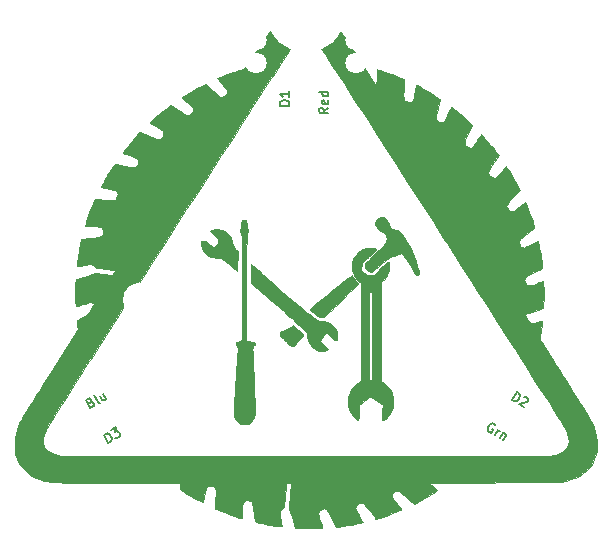
<source format=gto>
%TF.GenerationSoftware,KiCad,Pcbnew,4.0.6-e0-6349~53~ubuntu16.04.1*%
%TF.CreationDate,2017-05-19T13:32:49+05:30*%
%TF.ProjectId,MAP4,4D4150342E6B696361645F7063620000,1*%
%TF.FileFunction,Legend,Top*%
%FSLAX46Y46*%
G04 Gerber Fmt 4.6, Leading zero omitted, Abs format (unit mm)*
G04 Created by KiCad (PCBNEW 4.0.6-e0-6349~53~ubuntu16.04.1) date Fri May 19 13:32:49 2017*
%MOMM*%
%LPD*%
G01*
G04 APERTURE LIST*
%ADD10C,0.050800*%
%ADD11C,0.010000*%
%ADD12C,0.150000*%
%ADD13C,6.496000*%
%ADD14C,2.000000*%
%ADD15C,1.800000*%
%ADD16C,2.900000*%
%ADD17C,2.200000*%
G04 APERTURE END LIST*
D10*
D11*
G36*
X150489936Y-75733756D02*
X150769047Y-75789509D01*
X151050280Y-75882870D01*
X151276841Y-75979018D01*
X151704972Y-76212464D01*
X152138934Y-76523444D01*
X152563704Y-76899514D01*
X152964258Y-77328230D01*
X153089965Y-77480891D01*
X153165215Y-77582948D01*
X153284197Y-77754166D01*
X153441090Y-77985763D01*
X153630073Y-78268955D01*
X153845328Y-78594957D01*
X154081033Y-78954986D01*
X154331368Y-79340257D01*
X154590513Y-79741987D01*
X154664364Y-79857010D01*
X155980546Y-81909145D01*
X155993297Y-81206541D01*
X156006049Y-80503936D01*
X156131843Y-80534154D01*
X156260308Y-80571091D01*
X156455710Y-80634777D01*
X156698938Y-80718399D01*
X156970879Y-80815138D01*
X157252424Y-80918181D01*
X157524459Y-81020711D01*
X157767873Y-81115913D01*
X157804728Y-81130754D01*
X158289637Y-81327020D01*
X158287590Y-81666510D01*
X158284714Y-81867514D01*
X158278743Y-82119047D01*
X158270738Y-82379366D01*
X158266651Y-82490909D01*
X158261827Y-82752630D01*
X158274401Y-82939480D01*
X158309329Y-83068108D01*
X158371566Y-83155164D01*
X158466068Y-83217297D01*
X158485593Y-83226531D01*
X158610688Y-83261985D01*
X158749523Y-83276000D01*
X158872330Y-83259131D01*
X158970962Y-83201355D01*
X159051538Y-83091917D01*
X159120177Y-82920061D01*
X159183000Y-82675032D01*
X159231363Y-82429164D01*
X159272933Y-82210417D01*
X159311090Y-82028903D01*
X159341986Y-81901625D01*
X159361773Y-81845584D01*
X159363699Y-81844363D01*
X159419003Y-81866839D01*
X159539285Y-81928890D01*
X159710392Y-82022454D01*
X159918171Y-82139469D01*
X160148469Y-82271873D01*
X160387135Y-82411604D01*
X160620014Y-82550598D01*
X160832954Y-82680794D01*
X160843585Y-82687402D01*
X161034658Y-82810720D01*
X161191466Y-82920441D01*
X161300055Y-83006144D01*
X161346468Y-83057408D01*
X161346875Y-83063250D01*
X161329978Y-83123637D01*
X161295396Y-83257326D01*
X161247292Y-83447876D01*
X161189831Y-83678846D01*
X161151362Y-83835017D01*
X161085024Y-84109638D01*
X161040037Y-84310653D01*
X161014301Y-84453797D01*
X161005718Y-84554802D01*
X161012190Y-84629400D01*
X161031619Y-84693325D01*
X161035578Y-84703104D01*
X161138137Y-84849371D01*
X161288082Y-84944875D01*
X161459412Y-84983101D01*
X161626125Y-84957534D01*
X161744739Y-84880818D01*
X161800332Y-84797842D01*
X161875899Y-84648583D01*
X161961541Y-84454155D01*
X162047356Y-84235674D01*
X162047874Y-84234272D01*
X162126251Y-84028502D01*
X162195514Y-83858556D01*
X162248609Y-83740925D01*
X162278483Y-83692100D01*
X162279968Y-83691636D01*
X162332725Y-83720384D01*
X162441820Y-83799493D01*
X162594294Y-83918262D01*
X162777185Y-84065989D01*
X162977533Y-84231972D01*
X163182379Y-84405509D01*
X163378760Y-84575900D01*
X163553718Y-84732441D01*
X163658244Y-84829709D01*
X164039215Y-85192545D01*
X163740549Y-85862182D01*
X163604976Y-86176364D01*
X163511503Y-86421634D01*
X163458065Y-86610196D01*
X163442594Y-86754258D01*
X163463027Y-86866024D01*
X163517295Y-86957701D01*
X163549204Y-86992675D01*
X163690787Y-87087790D01*
X163860530Y-87137650D01*
X164020681Y-87133777D01*
X164080189Y-87111909D01*
X164139067Y-87053878D01*
X164231123Y-86932091D01*
X164344516Y-86763441D01*
X164467409Y-86564822D01*
X164487968Y-86530017D01*
X164605943Y-86335740D01*
X164710702Y-86175867D01*
X164792310Y-86064661D01*
X164840830Y-86016382D01*
X164846281Y-86015684D01*
X164895183Y-86056602D01*
X164991490Y-86156624D01*
X165124357Y-86303172D01*
X165282940Y-86483671D01*
X165456393Y-86685545D01*
X165633872Y-86896215D01*
X165804533Y-87103107D01*
X165957529Y-87293643D01*
X166042442Y-87402859D01*
X166313792Y-87758021D01*
X165893466Y-88391828D01*
X165708821Y-88676311D01*
X165575501Y-88898780D01*
X165489054Y-89070844D01*
X165445030Y-89204110D01*
X165438977Y-89310188D01*
X165466446Y-89400686D01*
X165490596Y-89442558D01*
X165610139Y-89564941D01*
X165768215Y-89651426D01*
X165928824Y-89685198D01*
X165994865Y-89678099D01*
X166078007Y-89628361D01*
X166206159Y-89514381D01*
X166369068Y-89345929D01*
X166510269Y-89186960D01*
X166660802Y-89015618D01*
X166791768Y-88873084D01*
X166890700Y-88772454D01*
X166945130Y-88726827D01*
X166949551Y-88725454D01*
X166987521Y-88763597D01*
X167062000Y-88868931D01*
X167164808Y-89027814D01*
X167287764Y-89226605D01*
X167422690Y-89451661D01*
X167561405Y-89689340D01*
X167695729Y-89926001D01*
X167817483Y-90148002D01*
X167917511Y-90339761D01*
X168108195Y-90719011D01*
X167594009Y-91249789D01*
X167361542Y-91494878D01*
X167191007Y-91688779D01*
X167075721Y-91842134D01*
X167009004Y-91965588D01*
X166984175Y-92069785D01*
X166994553Y-92165369D01*
X167002752Y-92191736D01*
X167100826Y-92361891D01*
X167246668Y-92481532D01*
X167415063Y-92530565D01*
X167428214Y-92530836D01*
X167506125Y-92520160D01*
X167596255Y-92482135D01*
X167712882Y-92407769D01*
X167870282Y-92288069D01*
X168060501Y-92132567D01*
X168238205Y-91988024D01*
X168391041Y-91869981D01*
X168505085Y-91788726D01*
X168566416Y-91754546D01*
X168571973Y-91754616D01*
X168603735Y-91806977D01*
X168659545Y-91931962D01*
X168733970Y-92114666D01*
X168821573Y-92340183D01*
X168916920Y-92593606D01*
X169014577Y-92860028D01*
X169109108Y-93124544D01*
X169195078Y-93372247D01*
X169267053Y-93588230D01*
X169319598Y-93757588D01*
X169347278Y-93865414D01*
X169350182Y-93889038D01*
X169315033Y-93927128D01*
X169218029Y-94009584D01*
X169071835Y-94126201D01*
X168889118Y-94266776D01*
X168772187Y-94354678D01*
X168564775Y-94512366D01*
X168377845Y-94660120D01*
X168226946Y-94785228D01*
X168127628Y-94874977D01*
X168102551Y-94902135D01*
X168020938Y-95067873D01*
X168031402Y-95240344D01*
X168133921Y-95419310D01*
X168154239Y-95443302D01*
X168247246Y-95535288D01*
X168340632Y-95587507D01*
X168448721Y-95597804D01*
X168585840Y-95564026D01*
X168766315Y-95484019D01*
X169004472Y-95355631D01*
X169100204Y-95301107D01*
X169297334Y-95189713D01*
X169463725Y-95099094D01*
X169584215Y-95037250D01*
X169643641Y-95012185D01*
X169647084Y-95012470D01*
X169665395Y-95068325D01*
X169694618Y-95198814D01*
X169732224Y-95388875D01*
X169775682Y-95623445D01*
X169822460Y-95887462D01*
X169870030Y-96165863D01*
X169915860Y-96443587D01*
X169957421Y-96705569D01*
X169992181Y-96936749D01*
X170017610Y-97122064D01*
X170031178Y-97246450D01*
X170030497Y-97294747D01*
X169987836Y-97317312D01*
X169876435Y-97374421D01*
X169710047Y-97459070D01*
X169502425Y-97564260D01*
X169327091Y-97652839D01*
X169048553Y-97796383D01*
X168843115Y-97909998D01*
X168699327Y-98000938D01*
X168605739Y-98076458D01*
X168550902Y-98143810D01*
X168550163Y-98145053D01*
X168491374Y-98325394D01*
X168523501Y-98507594D01*
X168635027Y-98673987D01*
X168713148Y-98746975D01*
X168795360Y-98790065D01*
X168896882Y-98802133D01*
X169032935Y-98782052D01*
X169218737Y-98728696D01*
X169469509Y-98640940D01*
X169566919Y-98605055D01*
X169765923Y-98532490D01*
X169933511Y-98473738D01*
X170050546Y-98435356D01*
X170096408Y-98423636D01*
X170107073Y-98467794D01*
X170115685Y-98592204D01*
X170121949Y-98784772D01*
X170125574Y-99033405D01*
X170126264Y-99326007D01*
X170124521Y-99582318D01*
X170112182Y-100741001D01*
X169381523Y-100961173D01*
X169131955Y-101039047D01*
X168910862Y-101113056D01*
X168734687Y-101177302D01*
X168619876Y-101225886D01*
X168585540Y-101246668D01*
X168560602Y-101287765D01*
X168566118Y-101346335D01*
X168608618Y-101439261D01*
X168694633Y-101583424D01*
X168748888Y-101668905D01*
X168852840Y-101825316D01*
X168940637Y-101946706D01*
X168999337Y-102015672D01*
X169013780Y-102025058D01*
X169071802Y-102016951D01*
X169199856Y-101995660D01*
X169377138Y-101964720D01*
X169523364Y-101938491D01*
X169996728Y-101852685D01*
X169996728Y-101991748D01*
X169989230Y-102090486D01*
X169968804Y-102257074D01*
X169938554Y-102468401D01*
X169901583Y-102701355D01*
X169900881Y-102705569D01*
X169866247Y-102929691D01*
X169841334Y-103123918D01*
X169828331Y-103268443D01*
X169829423Y-103343461D01*
X169830180Y-103345853D01*
X169858320Y-103394153D01*
X169932316Y-103514432D01*
X170048426Y-103700753D01*
X170202907Y-103947177D01*
X170392016Y-104247767D01*
X170612011Y-104596585D01*
X170859150Y-104987693D01*
X171129688Y-105415155D01*
X171419885Y-105873031D01*
X171725997Y-106355385D01*
X171872694Y-106586326D01*
X172279667Y-107227782D01*
X172639606Y-107797524D01*
X172955788Y-108301294D01*
X173231491Y-108744836D01*
X173469993Y-109133894D01*
X173674573Y-109474209D01*
X173848508Y-109771526D01*
X173995076Y-110031587D01*
X174117554Y-110260136D01*
X174219222Y-110462916D01*
X174303356Y-110645670D01*
X174373235Y-110814141D01*
X174432137Y-110974072D01*
X174483339Y-111131207D01*
X174501910Y-111192909D01*
X174584409Y-111549972D01*
X174636618Y-111942557D01*
X174657008Y-112340627D01*
X174644052Y-112714148D01*
X174596223Y-113033085D01*
X174595646Y-113035543D01*
X174435607Y-113525397D01*
X174198095Y-113965402D01*
X173883771Y-114354959D01*
X173493300Y-114693470D01*
X173027345Y-114980336D01*
X172486569Y-115214959D01*
X172020302Y-115359457D01*
X171543819Y-115485182D01*
X160424907Y-115534000D01*
X161138279Y-116131280D01*
X161030398Y-116218637D01*
X160924230Y-116293971D01*
X160754435Y-116402249D01*
X160538913Y-116533009D01*
X160295567Y-116675790D01*
X160042298Y-116820133D01*
X159797009Y-116955575D01*
X159577601Y-117071657D01*
X159524001Y-117098885D01*
X159116237Y-117303676D01*
X158557891Y-116777522D01*
X158362307Y-116597278D01*
X158181100Y-116437750D01*
X158028477Y-116310884D01*
X157918642Y-116228630D01*
X157876836Y-116204714D01*
X157722374Y-116190190D01*
X157555521Y-116241658D01*
X157411461Y-116345942D01*
X157372036Y-116393761D01*
X157311769Y-116501887D01*
X157292538Y-116609442D01*
X157319327Y-116730086D01*
X157397121Y-116877477D01*
X157530904Y-117065277D01*
X157689273Y-117263126D01*
X157833957Y-117440972D01*
X157954604Y-117593308D01*
X158040331Y-117706087D01*
X158080258Y-117765262D01*
X158081819Y-117769828D01*
X158040445Y-117799559D01*
X157925851Y-117852758D01*
X157752322Y-117924324D01*
X157534148Y-118009153D01*
X157285615Y-118102143D01*
X157021012Y-118198191D01*
X156754625Y-118292193D01*
X156500743Y-118379047D01*
X156273654Y-118453650D01*
X156087644Y-118510899D01*
X155957001Y-118545692D01*
X155896014Y-118552925D01*
X155893749Y-118551304D01*
X155814417Y-118435896D01*
X155700137Y-118279024D01*
X155562428Y-118095493D01*
X155412809Y-117900104D01*
X155262800Y-117707660D01*
X155123919Y-117532964D01*
X155007686Y-117390819D01*
X154925621Y-117296027D01*
X154892065Y-117264101D01*
X154786256Y-117231899D01*
X154662782Y-117219636D01*
X154530668Y-117255270D01*
X154392933Y-117345631D01*
X154276835Y-117465905D01*
X154209635Y-117591277D01*
X154202546Y-117638580D01*
X154225028Y-117717024D01*
X154286417Y-117855569D01*
X154377632Y-118035400D01*
X154489590Y-118237701D01*
X154502728Y-118260426D01*
X154615374Y-118457695D01*
X154708744Y-118627461D01*
X154774021Y-118753224D01*
X154802384Y-118818487D01*
X154802910Y-118822041D01*
X154758717Y-118850009D01*
X154632554Y-118888039D01*
X154434046Y-118934295D01*
X154172817Y-118986941D01*
X153858492Y-119044141D01*
X153500695Y-119104060D01*
X153109050Y-119164861D01*
X152693183Y-119224708D01*
X152689014Y-119225284D01*
X152537845Y-119246179D01*
X152194852Y-118561336D01*
X152033173Y-118249348D01*
X151897979Y-118015011D01*
X151782642Y-117849750D01*
X151680535Y-117744990D01*
X151585031Y-117692159D01*
X151514736Y-117681454D01*
X151363157Y-117715026D01*
X151213276Y-117801362D01*
X151091169Y-117918893D01*
X151022909Y-118046049D01*
X151016514Y-118093595D01*
X151032351Y-118183795D01*
X151074897Y-118337352D01*
X151137367Y-118531546D01*
X151201241Y-118712075D01*
X151274567Y-118916412D01*
X151334048Y-119092644D01*
X151373133Y-119220646D01*
X151385455Y-119277802D01*
X151373070Y-119298664D01*
X151329287Y-119314766D01*
X151244163Y-119326684D01*
X151107755Y-119334991D01*
X150910122Y-119340261D01*
X150641319Y-119343069D01*
X150291404Y-119343989D01*
X150239098Y-119344000D01*
X149092740Y-119344000D01*
X148893161Y-118662818D01*
X148818116Y-118414402D01*
X148745469Y-118187697D01*
X148681774Y-118002204D01*
X148633584Y-117877423D01*
X148618800Y-117846449D01*
X148595657Y-117798120D01*
X148580095Y-117741795D01*
X148572552Y-117665173D01*
X148573463Y-117555957D01*
X148583264Y-117401849D01*
X148602390Y-117190549D01*
X148631277Y-116909761D01*
X148662163Y-116622631D01*
X148780308Y-115534000D01*
X148577009Y-115519721D01*
X148451050Y-115514011D01*
X148371417Y-115516324D01*
X148359474Y-115519721D01*
X148350556Y-115567724D01*
X148333421Y-115694352D01*
X148309679Y-115886391D01*
X148280941Y-116130626D01*
X148248817Y-116413844D01*
X148232078Y-116565119D01*
X148118918Y-117596239D01*
X147951095Y-117734573D01*
X147874679Y-117802139D01*
X147823182Y-117868337D01*
X147795304Y-117949256D01*
X147789747Y-118060990D01*
X147805213Y-118219629D01*
X147840404Y-118441265D01*
X147877289Y-118649240D01*
X147912514Y-118857615D01*
X147937461Y-119030798D01*
X147949683Y-119149793D01*
X147947563Y-119195103D01*
X147890843Y-119200595D01*
X147759119Y-119190749D01*
X147567998Y-119168133D01*
X147333089Y-119135316D01*
X147069998Y-119094863D01*
X146794333Y-119049344D01*
X146521703Y-119001325D01*
X146267713Y-118953374D01*
X146047973Y-118908058D01*
X145878089Y-118867945D01*
X145781811Y-118838831D01*
X145742454Y-118817711D01*
X145711775Y-118779108D01*
X145686412Y-118709040D01*
X145663006Y-118593526D01*
X145638194Y-118418584D01*
X145608616Y-118170234D01*
X145597497Y-118072094D01*
X145556088Y-117737631D01*
X145514768Y-117483469D01*
X145469998Y-117297616D01*
X145418243Y-117168079D01*
X145355965Y-117082868D01*
X145292013Y-117036278D01*
X145115419Y-116988941D01*
X144923300Y-117009770D01*
X144756723Y-117093937D01*
X144749394Y-117100071D01*
X144698256Y-117146540D01*
X144662352Y-117194260D01*
X144638522Y-117259882D01*
X144623606Y-117360057D01*
X144614444Y-117511436D01*
X144607876Y-117730668D01*
X144604783Y-117862071D01*
X144597187Y-118095222D01*
X144586590Y-118291378D01*
X144574208Y-118434070D01*
X144561260Y-118506826D01*
X144556678Y-118512727D01*
X144480882Y-118496676D01*
X144334622Y-118452255D01*
X144133025Y-118385061D01*
X143891218Y-118300691D01*
X143624330Y-118204741D01*
X143347486Y-118102809D01*
X143075813Y-118000491D01*
X142824440Y-117903384D01*
X142608493Y-117817086D01*
X142443100Y-117747192D01*
X142343386Y-117699300D01*
X142324408Y-117686810D01*
X142316445Y-117633259D01*
X142315315Y-117503719D01*
X142320636Y-117314286D01*
X142332030Y-117081051D01*
X142342719Y-116910542D01*
X142362215Y-116580762D01*
X142368363Y-116329598D01*
X142358810Y-116143960D01*
X142331207Y-116010758D01*
X142283202Y-115916903D01*
X142212444Y-115849303D01*
X142144880Y-115808913D01*
X141960732Y-115747685D01*
X141783555Y-115769156D01*
X141688826Y-115810287D01*
X141619049Y-115856135D01*
X141563636Y-115921998D01*
X141517238Y-116022510D01*
X141474508Y-116172309D01*
X141430095Y-116386030D01*
X141384735Y-116642363D01*
X141348209Y-116840740D01*
X141312648Y-117005098D01*
X141283007Y-117113911D01*
X141269098Y-117144840D01*
X141214043Y-117139927D01*
X141089889Y-117089753D01*
X140905277Y-116998932D01*
X140668845Y-116872081D01*
X140389234Y-116713815D01*
X140075084Y-116528749D01*
X139780216Y-116349421D01*
X139575002Y-116223710D01*
X139435705Y-116133135D01*
X139352076Y-116060588D01*
X139313863Y-115988960D01*
X139310817Y-115901142D01*
X139332689Y-115780025D01*
X139360864Y-115649454D01*
X139389728Y-115510909D01*
X134102186Y-115510909D01*
X133264092Y-115510887D01*
X132512862Y-115510687D01*
X131842998Y-115510108D01*
X131248998Y-115508946D01*
X130725365Y-115507002D01*
X130266599Y-115504072D01*
X129867201Y-115499956D01*
X129521671Y-115494451D01*
X129224509Y-115487356D01*
X128970218Y-115478469D01*
X128753296Y-115467588D01*
X128568245Y-115454511D01*
X128409566Y-115439037D01*
X128271759Y-115420964D01*
X128149324Y-115400090D01*
X128036764Y-115376213D01*
X127928577Y-115349132D01*
X127819265Y-115318645D01*
X127703328Y-115284551D01*
X127671091Y-115274972D01*
X127152431Y-115079876D01*
X126684377Y-114820856D01*
X126273896Y-114504576D01*
X125927956Y-114137702D01*
X125653525Y-113726901D01*
X125457570Y-113278839D01*
X125407516Y-113109454D01*
X125372874Y-112948384D01*
X125352301Y-112774657D01*
X125344339Y-112564514D01*
X125347531Y-112294200D01*
X125350848Y-112185818D01*
X125377046Y-111778580D01*
X125382756Y-111739873D01*
X127724931Y-111739873D01*
X127727054Y-112043198D01*
X127741598Y-112122846D01*
X127857758Y-112449447D01*
X128047191Y-112720613D01*
X128308447Y-112935195D01*
X128640077Y-113092048D01*
X129040631Y-113190025D01*
X129102728Y-113199059D01*
X129174125Y-113202461D01*
X129334261Y-113205726D01*
X129579534Y-113208854D01*
X129906340Y-113211845D01*
X130311076Y-113214700D01*
X130790138Y-113217418D01*
X131339924Y-113220000D01*
X131956830Y-113222446D01*
X132637252Y-113224755D01*
X133377589Y-113226928D01*
X134174236Y-113228964D01*
X135023589Y-113230865D01*
X135922047Y-113232629D01*
X136866006Y-113234257D01*
X137851862Y-113235749D01*
X138876012Y-113237106D01*
X139934854Y-113238326D01*
X141024783Y-113239410D01*
X142142196Y-113240359D01*
X143283491Y-113241172D01*
X144445065Y-113241849D01*
X145623313Y-113242390D01*
X146814632Y-113242796D01*
X148015420Y-113243067D01*
X149222073Y-113243202D01*
X150430989Y-113243201D01*
X151638562Y-113243065D01*
X152841192Y-113242794D01*
X154035273Y-113242387D01*
X155217204Y-113241846D01*
X156383380Y-113241169D01*
X157530199Y-113240357D01*
X158654057Y-113239410D01*
X159751352Y-113238328D01*
X160818479Y-113237111D01*
X161851836Y-113235759D01*
X162847819Y-113234272D01*
X163802825Y-113232651D01*
X164713252Y-113230895D01*
X165575494Y-113229004D01*
X166385951Y-113226978D01*
X167141018Y-113224818D01*
X167837091Y-113222524D01*
X168470569Y-113220095D01*
X169037847Y-113217532D01*
X169535322Y-113214834D01*
X169959391Y-113212002D01*
X170306451Y-113209036D01*
X170572899Y-113205935D01*
X170755131Y-113202701D01*
X170849545Y-113199332D01*
X170859295Y-113198430D01*
X171079969Y-113156634D01*
X171307687Y-113095238D01*
X171488423Y-113029441D01*
X171722754Y-112891961D01*
X171935389Y-112706998D01*
X172103680Y-112497960D01*
X172204736Y-112289072D01*
X172255005Y-111971188D01*
X172230594Y-111621824D01*
X172134898Y-111258856D01*
X171971309Y-110900155D01*
X171926463Y-110823454D01*
X171891877Y-110768759D01*
X171809084Y-110638962D01*
X171679767Y-110436693D01*
X171505612Y-110164579D01*
X171288306Y-109825247D01*
X171029531Y-109421325D01*
X170730975Y-108955441D01*
X170394322Y-108430223D01*
X170021258Y-107848298D01*
X169613467Y-107212294D01*
X169172635Y-106524839D01*
X168700447Y-105788560D01*
X168198589Y-105006085D01*
X167668745Y-104180043D01*
X167112600Y-103313059D01*
X166531841Y-102407763D01*
X165928152Y-101466782D01*
X165303219Y-100492744D01*
X164658726Y-99488275D01*
X163996359Y-98456005D01*
X163317803Y-97398561D01*
X162624743Y-96318570D01*
X161918865Y-95218661D01*
X161620283Y-94753422D01*
X160725893Y-93359990D01*
X159880110Y-92042617D01*
X159081796Y-90799544D01*
X158329809Y-89629007D01*
X157623009Y-88529247D01*
X156960256Y-87498501D01*
X156340409Y-86535008D01*
X155762329Y-85637007D01*
X155224874Y-84802737D01*
X154726904Y-84030437D01*
X154267280Y-83318345D01*
X153844860Y-82664699D01*
X153458505Y-82067739D01*
X153107073Y-81525703D01*
X152789425Y-81036830D01*
X152504421Y-80599358D01*
X152250919Y-80211527D01*
X152027780Y-79871575D01*
X151833864Y-79577741D01*
X151668029Y-79328262D01*
X151529136Y-79121379D01*
X151416044Y-78955330D01*
X151327613Y-78828353D01*
X151262703Y-78738687D01*
X151220173Y-78684571D01*
X151208073Y-78671388D01*
X151031345Y-78520216D01*
X150821691Y-78373003D01*
X150657180Y-78278785D01*
X150307813Y-78154880D01*
X149952535Y-78120848D01*
X149598514Y-78175129D01*
X149252921Y-78316162D01*
X148922926Y-78542389D01*
X148761878Y-78691143D01*
X148728260Y-78730937D01*
X148674052Y-78803500D01*
X148598080Y-78910649D01*
X148499166Y-79054197D01*
X148376136Y-79235962D01*
X148227814Y-79457760D01*
X148053023Y-79721405D01*
X147850587Y-80028713D01*
X147619332Y-80381500D01*
X147358080Y-80781583D01*
X147065657Y-81230776D01*
X146740886Y-81730895D01*
X146382591Y-82283756D01*
X145989597Y-82891174D01*
X145560727Y-83554967D01*
X145094806Y-84276948D01*
X144590658Y-85058933D01*
X144047107Y-85902740D01*
X143462977Y-86810182D01*
X142837092Y-87783076D01*
X142168277Y-88823238D01*
X141455356Y-89932483D01*
X140697152Y-91112627D01*
X139892490Y-92365485D01*
X139040194Y-93692874D01*
X138315704Y-94821454D01*
X137603759Y-95930772D01*
X136903789Y-97021792D01*
X136217488Y-98091867D01*
X135546547Y-99138345D01*
X134892660Y-100158578D01*
X134257519Y-101149916D01*
X133642818Y-102109709D01*
X133050250Y-103035307D01*
X132481506Y-103924061D01*
X131938281Y-104773321D01*
X131422267Y-105580437D01*
X130935157Y-106342760D01*
X130478643Y-107057640D01*
X130054419Y-107722428D01*
X129664178Y-108334474D01*
X129309612Y-108891127D01*
X128992414Y-109389739D01*
X128714278Y-109827660D01*
X128476895Y-110202239D01*
X128281960Y-110510829D01*
X128131164Y-110750778D01*
X128026201Y-110919437D01*
X127968763Y-111014156D01*
X127959209Y-111031272D01*
X127801933Y-111404488D01*
X127724931Y-111739873D01*
X125382756Y-111739873D01*
X125430778Y-111414348D01*
X125519278Y-111066179D01*
X125649779Y-110707125D01*
X125829516Y-110310241D01*
X125883968Y-110200000D01*
X125948286Y-110082159D01*
X126058373Y-109893115D01*
X126210169Y-109639430D01*
X126399612Y-109327671D01*
X126622643Y-108964401D01*
X126875201Y-108556184D01*
X127153224Y-108109587D01*
X127452653Y-107631172D01*
X127769427Y-107127506D01*
X128099484Y-106605152D01*
X128420588Y-106099244D01*
X130691301Y-102529580D01*
X130637943Y-102130783D01*
X130614995Y-101920295D01*
X130610986Y-101779004D01*
X130626140Y-101716954D01*
X130628747Y-101715483D01*
X130686206Y-101688041D01*
X130805525Y-101627367D01*
X130966997Y-101543565D01*
X131085369Y-101481399D01*
X131266849Y-101383839D01*
X131395870Y-101304219D01*
X131494037Y-101222020D01*
X131582955Y-101116721D01*
X131684231Y-100967803D01*
X131772935Y-100828376D01*
X132048041Y-100392935D01*
X131944177Y-100308831D01*
X131864700Y-100257736D01*
X131774115Y-100233923D01*
X131656755Y-100239341D01*
X131496953Y-100275937D01*
X131279042Y-100345657D01*
X131081082Y-100416108D01*
X130875665Y-100487312D01*
X130702067Y-100540765D01*
X130578255Y-100571400D01*
X130522199Y-100574152D01*
X130521776Y-100573776D01*
X130511858Y-100519396D01*
X130503689Y-100388351D01*
X130497284Y-100196305D01*
X130492659Y-99958922D01*
X130489832Y-99691867D01*
X130488818Y-99410805D01*
X130489634Y-99131400D01*
X130492296Y-98869317D01*
X130496820Y-98640220D01*
X130503223Y-98459775D01*
X130511520Y-98343645D01*
X130519418Y-98307685D01*
X130572524Y-98284358D01*
X130698196Y-98240728D01*
X130880248Y-98182083D01*
X131102499Y-98113708D01*
X131225851Y-98076872D01*
X131469672Y-98002507D01*
X131688438Y-97931557D01*
X131863671Y-97870331D01*
X131976892Y-97825136D01*
X132002798Y-97811637D01*
X132051566Y-97788084D01*
X132119016Y-97774752D01*
X132219768Y-97771940D01*
X132368441Y-97779947D01*
X132579656Y-97799069D01*
X132864331Y-97829199D01*
X133117483Y-97856296D01*
X133335807Y-97878495D01*
X133504003Y-97894334D01*
X133606768Y-97902354D01*
X133631663Y-97902457D01*
X133695229Y-97808798D01*
X133762203Y-97695516D01*
X133818284Y-97589185D01*
X133849170Y-97516376D01*
X133848489Y-97499574D01*
X133793199Y-97494563D01*
X133661632Y-97480928D01*
X133469302Y-97460326D01*
X133231721Y-97434416D01*
X133005843Y-97409465D01*
X132665707Y-97368469D01*
X132414304Y-97330946D01*
X132252750Y-97297094D01*
X132182163Y-97267112D01*
X132179293Y-97262424D01*
X132102752Y-97145135D01*
X131977243Y-97045896D01*
X131842423Y-96994108D01*
X131814540Y-96992000D01*
X131716133Y-97000070D01*
X131551489Y-97021938D01*
X131345098Y-97054085D01*
X131159851Y-97086016D01*
X130952083Y-97121648D01*
X130780175Y-97147769D01*
X130662885Y-97161754D01*
X130619300Y-97161603D01*
X130616681Y-97107981D01*
X130628799Y-96978755D01*
X130653328Y-96789098D01*
X130687941Y-96554177D01*
X130730313Y-96289166D01*
X130778116Y-96009233D01*
X130829025Y-95729549D01*
X130875473Y-95491091D01*
X130996819Y-94890727D01*
X131735410Y-94806877D01*
X132067773Y-94765564D01*
X132320711Y-94724151D01*
X132507060Y-94678249D01*
X132639660Y-94623468D01*
X132731346Y-94555416D01*
X132794959Y-94469705D01*
X132810865Y-94439113D01*
X132846205Y-94319498D01*
X132832871Y-94178999D01*
X132820713Y-94130024D01*
X132778412Y-94012491D01*
X132715167Y-93926719D01*
X132617410Y-93867930D01*
X132471569Y-93831344D01*
X132264074Y-93812182D01*
X131981356Y-93805667D01*
X131899021Y-93805454D01*
X131675225Y-93804486D01*
X131489070Y-93801836D01*
X131357669Y-93797887D01*
X131298140Y-93793021D01*
X131296364Y-93791986D01*
X131311530Y-93732239D01*
X131353244Y-93601922D01*
X131415828Y-93417023D01*
X131493603Y-93193532D01*
X131580894Y-92947437D01*
X131672021Y-92694728D01*
X131761308Y-92451393D01*
X131843076Y-92233422D01*
X131911649Y-92056803D01*
X131919287Y-92037741D01*
X132138254Y-91493846D01*
X132560127Y-91526228D01*
X132818392Y-91542337D01*
X133111135Y-91555001D01*
X133380477Y-91561783D01*
X133412871Y-91562123D01*
X133615973Y-91562391D01*
X133748972Y-91555747D01*
X133834113Y-91537021D01*
X133893642Y-91501047D01*
X133949803Y-91442656D01*
X133955508Y-91436061D01*
X134047963Y-91266146D01*
X134066733Y-91076220D01*
X134011424Y-90896761D01*
X133963364Y-90828792D01*
X133901607Y-90772293D01*
X133816791Y-90727526D01*
X133689880Y-90687970D01*
X133501835Y-90647105D01*
X133351455Y-90619193D01*
X133074284Y-90571284D01*
X132877877Y-90535262D01*
X132753462Y-90500348D01*
X132692264Y-90455762D01*
X132685509Y-90390722D01*
X132724424Y-90294450D01*
X132800233Y-90156164D01*
X132870640Y-90028434D01*
X132995790Y-89801735D01*
X133135570Y-89558575D01*
X133281556Y-89312515D01*
X133425322Y-89077112D01*
X133558444Y-88865925D01*
X133672496Y-88692512D01*
X133759053Y-88570431D01*
X133809690Y-88513241D01*
X133813456Y-88511175D01*
X133873699Y-88514795D01*
X134006633Y-88537445D01*
X134195332Y-88575792D01*
X134422871Y-88626504D01*
X134543850Y-88654961D01*
X134793679Y-88712546D01*
X135022132Y-88761189D01*
X135209288Y-88796940D01*
X135335224Y-88815848D01*
X135365281Y-88817818D01*
X135523177Y-88775868D01*
X135659916Y-88666857D01*
X135751451Y-88516040D01*
X135776000Y-88386420D01*
X135772488Y-88267895D01*
X135753991Y-88175791D01*
X135708574Y-88100602D01*
X135624298Y-88032821D01*
X135489226Y-87962944D01*
X135291422Y-87881463D01*
X135018947Y-87778874D01*
X135007927Y-87774790D01*
X134815350Y-87701431D01*
X134654766Y-87636512D01*
X134546328Y-87588401D01*
X134511760Y-87568779D01*
X134524995Y-87521653D01*
X134590499Y-87417717D01*
X134698535Y-87268619D01*
X134839366Y-87086004D01*
X135003254Y-86881518D01*
X135180462Y-86666809D01*
X135361252Y-86453521D01*
X135535887Y-86253302D01*
X135694629Y-86077797D01*
X135827741Y-85938654D01*
X135925486Y-85847517D01*
X135977258Y-85816000D01*
X136036313Y-85833615D01*
X136164371Y-85882309D01*
X136345940Y-85955855D01*
X136565528Y-86048027D01*
X136723737Y-86116030D01*
X136963441Y-86217600D01*
X137179033Y-86304480D01*
X137353948Y-86370338D01*
X137471626Y-86408845D01*
X137509088Y-86416211D01*
X137652219Y-86374687D01*
X137786057Y-86265984D01*
X137889998Y-86114592D01*
X137943437Y-85944999D01*
X137946546Y-85896274D01*
X137933258Y-85814111D01*
X137886291Y-85733221D01*
X137794987Y-85644266D01*
X137648688Y-85537908D01*
X137436737Y-85404810D01*
X137279008Y-85311378D01*
X137092318Y-85198819D01*
X136940500Y-85100697D01*
X136838361Y-85027069D01*
X136800705Y-84987989D01*
X136800909Y-84986689D01*
X136842558Y-84938482D01*
X136943046Y-84842820D01*
X137089666Y-84710664D01*
X137269711Y-84552973D01*
X137470473Y-84380707D01*
X137679246Y-84204825D01*
X137883322Y-84036288D01*
X138069995Y-83886056D01*
X138146521Y-83826113D01*
X138554315Y-83510232D01*
X139182792Y-83930863D01*
X139473451Y-84120838D01*
X139702517Y-84257295D01*
X139881498Y-84343174D01*
X140021902Y-84381413D01*
X140135237Y-84374953D01*
X140233012Y-84326730D01*
X140326734Y-84239685D01*
X140338849Y-84226095D01*
X140456356Y-84043771D01*
X140483350Y-83868916D01*
X140444158Y-83744907D01*
X140393519Y-83685828D01*
X140286604Y-83582914D01*
X140138909Y-83450473D01*
X139965926Y-83302809D01*
X139959760Y-83297671D01*
X139791159Y-83153764D01*
X139652228Y-83028472D01*
X139556657Y-82934630D01*
X139518134Y-82885071D01*
X139517926Y-82883454D01*
X139556523Y-82842456D01*
X139663129Y-82765877D01*
X139824206Y-82661506D01*
X140026218Y-82537133D01*
X140255627Y-82400549D01*
X140498893Y-82259543D01*
X140742481Y-82121905D01*
X140972851Y-81995425D01*
X141176467Y-81887892D01*
X141339790Y-81807097D01*
X141449283Y-81760830D01*
X141482704Y-81752886D01*
X141531233Y-81782800D01*
X141634270Y-81866173D01*
X141779671Y-81992523D01*
X141955292Y-82151366D01*
X142096529Y-82282692D01*
X142292512Y-82462231D01*
X142473696Y-82619484D01*
X142626146Y-82743015D01*
X142735925Y-82821383D01*
X142779335Y-82843103D01*
X142937260Y-82841228D01*
X143092907Y-82772371D01*
X143225289Y-82656187D01*
X143313420Y-82512328D01*
X143336314Y-82360450D01*
X143330311Y-82327106D01*
X143291589Y-82252290D01*
X143204901Y-82124231D01*
X143082406Y-81959799D01*
X142936266Y-81775863D01*
X142909444Y-81743262D01*
X142515602Y-81267091D01*
X142783804Y-81144602D01*
X142927275Y-81084094D01*
X143123527Y-81008308D01*
X143357245Y-80922435D01*
X143613112Y-80831666D01*
X143875811Y-80741193D01*
X144130026Y-80656205D01*
X144360440Y-80581895D01*
X144551737Y-80523453D01*
X144688600Y-80486071D01*
X144755713Y-80474939D01*
X144758061Y-80475493D01*
X144794138Y-80442682D01*
X144873219Y-80340572D01*
X144989167Y-80178071D01*
X145135848Y-79964086D01*
X145307126Y-79707525D01*
X145496866Y-79417298D01*
X145638028Y-79197866D01*
X145852130Y-78865403D01*
X146065221Y-78539142D01*
X146268479Y-78232257D01*
X146453080Y-77957921D01*
X146610200Y-77729305D01*
X146731018Y-77559583D01*
X146772193Y-77504630D01*
X147202285Y-77005276D01*
X147666924Y-76576176D01*
X148157693Y-76223954D01*
X148666176Y-75955237D01*
X148820768Y-75891952D01*
X149010623Y-75822578D01*
X149168895Y-75775482D01*
X149324821Y-75745394D01*
X149507642Y-75727043D01*
X149746596Y-75715160D01*
X149815273Y-75712694D01*
X150182246Y-75710016D01*
X150489936Y-75733756D01*
X150489936Y-75733756D01*
G37*
X150489936Y-75733756D02*
X150769047Y-75789509D01*
X151050280Y-75882870D01*
X151276841Y-75979018D01*
X151704972Y-76212464D01*
X152138934Y-76523444D01*
X152563704Y-76899514D01*
X152964258Y-77328230D01*
X153089965Y-77480891D01*
X153165215Y-77582948D01*
X153284197Y-77754166D01*
X153441090Y-77985763D01*
X153630073Y-78268955D01*
X153845328Y-78594957D01*
X154081033Y-78954986D01*
X154331368Y-79340257D01*
X154590513Y-79741987D01*
X154664364Y-79857010D01*
X155980546Y-81909145D01*
X155993297Y-81206541D01*
X156006049Y-80503936D01*
X156131843Y-80534154D01*
X156260308Y-80571091D01*
X156455710Y-80634777D01*
X156698938Y-80718399D01*
X156970879Y-80815138D01*
X157252424Y-80918181D01*
X157524459Y-81020711D01*
X157767873Y-81115913D01*
X157804728Y-81130754D01*
X158289637Y-81327020D01*
X158287590Y-81666510D01*
X158284714Y-81867514D01*
X158278743Y-82119047D01*
X158270738Y-82379366D01*
X158266651Y-82490909D01*
X158261827Y-82752630D01*
X158274401Y-82939480D01*
X158309329Y-83068108D01*
X158371566Y-83155164D01*
X158466068Y-83217297D01*
X158485593Y-83226531D01*
X158610688Y-83261985D01*
X158749523Y-83276000D01*
X158872330Y-83259131D01*
X158970962Y-83201355D01*
X159051538Y-83091917D01*
X159120177Y-82920061D01*
X159183000Y-82675032D01*
X159231363Y-82429164D01*
X159272933Y-82210417D01*
X159311090Y-82028903D01*
X159341986Y-81901625D01*
X159361773Y-81845584D01*
X159363699Y-81844363D01*
X159419003Y-81866839D01*
X159539285Y-81928890D01*
X159710392Y-82022454D01*
X159918171Y-82139469D01*
X160148469Y-82271873D01*
X160387135Y-82411604D01*
X160620014Y-82550598D01*
X160832954Y-82680794D01*
X160843585Y-82687402D01*
X161034658Y-82810720D01*
X161191466Y-82920441D01*
X161300055Y-83006144D01*
X161346468Y-83057408D01*
X161346875Y-83063250D01*
X161329978Y-83123637D01*
X161295396Y-83257326D01*
X161247292Y-83447876D01*
X161189831Y-83678846D01*
X161151362Y-83835017D01*
X161085024Y-84109638D01*
X161040037Y-84310653D01*
X161014301Y-84453797D01*
X161005718Y-84554802D01*
X161012190Y-84629400D01*
X161031619Y-84693325D01*
X161035578Y-84703104D01*
X161138137Y-84849371D01*
X161288082Y-84944875D01*
X161459412Y-84983101D01*
X161626125Y-84957534D01*
X161744739Y-84880818D01*
X161800332Y-84797842D01*
X161875899Y-84648583D01*
X161961541Y-84454155D01*
X162047356Y-84235674D01*
X162047874Y-84234272D01*
X162126251Y-84028502D01*
X162195514Y-83858556D01*
X162248609Y-83740925D01*
X162278483Y-83692100D01*
X162279968Y-83691636D01*
X162332725Y-83720384D01*
X162441820Y-83799493D01*
X162594294Y-83918262D01*
X162777185Y-84065989D01*
X162977533Y-84231972D01*
X163182379Y-84405509D01*
X163378760Y-84575900D01*
X163553718Y-84732441D01*
X163658244Y-84829709D01*
X164039215Y-85192545D01*
X163740549Y-85862182D01*
X163604976Y-86176364D01*
X163511503Y-86421634D01*
X163458065Y-86610196D01*
X163442594Y-86754258D01*
X163463027Y-86866024D01*
X163517295Y-86957701D01*
X163549204Y-86992675D01*
X163690787Y-87087790D01*
X163860530Y-87137650D01*
X164020681Y-87133777D01*
X164080189Y-87111909D01*
X164139067Y-87053878D01*
X164231123Y-86932091D01*
X164344516Y-86763441D01*
X164467409Y-86564822D01*
X164487968Y-86530017D01*
X164605943Y-86335740D01*
X164710702Y-86175867D01*
X164792310Y-86064661D01*
X164840830Y-86016382D01*
X164846281Y-86015684D01*
X164895183Y-86056602D01*
X164991490Y-86156624D01*
X165124357Y-86303172D01*
X165282940Y-86483671D01*
X165456393Y-86685545D01*
X165633872Y-86896215D01*
X165804533Y-87103107D01*
X165957529Y-87293643D01*
X166042442Y-87402859D01*
X166313792Y-87758021D01*
X165893466Y-88391828D01*
X165708821Y-88676311D01*
X165575501Y-88898780D01*
X165489054Y-89070844D01*
X165445030Y-89204110D01*
X165438977Y-89310188D01*
X165466446Y-89400686D01*
X165490596Y-89442558D01*
X165610139Y-89564941D01*
X165768215Y-89651426D01*
X165928824Y-89685198D01*
X165994865Y-89678099D01*
X166078007Y-89628361D01*
X166206159Y-89514381D01*
X166369068Y-89345929D01*
X166510269Y-89186960D01*
X166660802Y-89015618D01*
X166791768Y-88873084D01*
X166890700Y-88772454D01*
X166945130Y-88726827D01*
X166949551Y-88725454D01*
X166987521Y-88763597D01*
X167062000Y-88868931D01*
X167164808Y-89027814D01*
X167287764Y-89226605D01*
X167422690Y-89451661D01*
X167561405Y-89689340D01*
X167695729Y-89926001D01*
X167817483Y-90148002D01*
X167917511Y-90339761D01*
X168108195Y-90719011D01*
X167594009Y-91249789D01*
X167361542Y-91494878D01*
X167191007Y-91688779D01*
X167075721Y-91842134D01*
X167009004Y-91965588D01*
X166984175Y-92069785D01*
X166994553Y-92165369D01*
X167002752Y-92191736D01*
X167100826Y-92361891D01*
X167246668Y-92481532D01*
X167415063Y-92530565D01*
X167428214Y-92530836D01*
X167506125Y-92520160D01*
X167596255Y-92482135D01*
X167712882Y-92407769D01*
X167870282Y-92288069D01*
X168060501Y-92132567D01*
X168238205Y-91988024D01*
X168391041Y-91869981D01*
X168505085Y-91788726D01*
X168566416Y-91754546D01*
X168571973Y-91754616D01*
X168603735Y-91806977D01*
X168659545Y-91931962D01*
X168733970Y-92114666D01*
X168821573Y-92340183D01*
X168916920Y-92593606D01*
X169014577Y-92860028D01*
X169109108Y-93124544D01*
X169195078Y-93372247D01*
X169267053Y-93588230D01*
X169319598Y-93757588D01*
X169347278Y-93865414D01*
X169350182Y-93889038D01*
X169315033Y-93927128D01*
X169218029Y-94009584D01*
X169071835Y-94126201D01*
X168889118Y-94266776D01*
X168772187Y-94354678D01*
X168564775Y-94512366D01*
X168377845Y-94660120D01*
X168226946Y-94785228D01*
X168127628Y-94874977D01*
X168102551Y-94902135D01*
X168020938Y-95067873D01*
X168031402Y-95240344D01*
X168133921Y-95419310D01*
X168154239Y-95443302D01*
X168247246Y-95535288D01*
X168340632Y-95587507D01*
X168448721Y-95597804D01*
X168585840Y-95564026D01*
X168766315Y-95484019D01*
X169004472Y-95355631D01*
X169100204Y-95301107D01*
X169297334Y-95189713D01*
X169463725Y-95099094D01*
X169584215Y-95037250D01*
X169643641Y-95012185D01*
X169647084Y-95012470D01*
X169665395Y-95068325D01*
X169694618Y-95198814D01*
X169732224Y-95388875D01*
X169775682Y-95623445D01*
X169822460Y-95887462D01*
X169870030Y-96165863D01*
X169915860Y-96443587D01*
X169957421Y-96705569D01*
X169992181Y-96936749D01*
X170017610Y-97122064D01*
X170031178Y-97246450D01*
X170030497Y-97294747D01*
X169987836Y-97317312D01*
X169876435Y-97374421D01*
X169710047Y-97459070D01*
X169502425Y-97564260D01*
X169327091Y-97652839D01*
X169048553Y-97796383D01*
X168843115Y-97909998D01*
X168699327Y-98000938D01*
X168605739Y-98076458D01*
X168550902Y-98143810D01*
X168550163Y-98145053D01*
X168491374Y-98325394D01*
X168523501Y-98507594D01*
X168635027Y-98673987D01*
X168713148Y-98746975D01*
X168795360Y-98790065D01*
X168896882Y-98802133D01*
X169032935Y-98782052D01*
X169218737Y-98728696D01*
X169469509Y-98640940D01*
X169566919Y-98605055D01*
X169765923Y-98532490D01*
X169933511Y-98473738D01*
X170050546Y-98435356D01*
X170096408Y-98423636D01*
X170107073Y-98467794D01*
X170115685Y-98592204D01*
X170121949Y-98784772D01*
X170125574Y-99033405D01*
X170126264Y-99326007D01*
X170124521Y-99582318D01*
X170112182Y-100741001D01*
X169381523Y-100961173D01*
X169131955Y-101039047D01*
X168910862Y-101113056D01*
X168734687Y-101177302D01*
X168619876Y-101225886D01*
X168585540Y-101246668D01*
X168560602Y-101287765D01*
X168566118Y-101346335D01*
X168608618Y-101439261D01*
X168694633Y-101583424D01*
X168748888Y-101668905D01*
X168852840Y-101825316D01*
X168940637Y-101946706D01*
X168999337Y-102015672D01*
X169013780Y-102025058D01*
X169071802Y-102016951D01*
X169199856Y-101995660D01*
X169377138Y-101964720D01*
X169523364Y-101938491D01*
X169996728Y-101852685D01*
X169996728Y-101991748D01*
X169989230Y-102090486D01*
X169968804Y-102257074D01*
X169938554Y-102468401D01*
X169901583Y-102701355D01*
X169900881Y-102705569D01*
X169866247Y-102929691D01*
X169841334Y-103123918D01*
X169828331Y-103268443D01*
X169829423Y-103343461D01*
X169830180Y-103345853D01*
X169858320Y-103394153D01*
X169932316Y-103514432D01*
X170048426Y-103700753D01*
X170202907Y-103947177D01*
X170392016Y-104247767D01*
X170612011Y-104596585D01*
X170859150Y-104987693D01*
X171129688Y-105415155D01*
X171419885Y-105873031D01*
X171725997Y-106355385D01*
X171872694Y-106586326D01*
X172279667Y-107227782D01*
X172639606Y-107797524D01*
X172955788Y-108301294D01*
X173231491Y-108744836D01*
X173469993Y-109133894D01*
X173674573Y-109474209D01*
X173848508Y-109771526D01*
X173995076Y-110031587D01*
X174117554Y-110260136D01*
X174219222Y-110462916D01*
X174303356Y-110645670D01*
X174373235Y-110814141D01*
X174432137Y-110974072D01*
X174483339Y-111131207D01*
X174501910Y-111192909D01*
X174584409Y-111549972D01*
X174636618Y-111942557D01*
X174657008Y-112340627D01*
X174644052Y-112714148D01*
X174596223Y-113033085D01*
X174595646Y-113035543D01*
X174435607Y-113525397D01*
X174198095Y-113965402D01*
X173883771Y-114354959D01*
X173493300Y-114693470D01*
X173027345Y-114980336D01*
X172486569Y-115214959D01*
X172020302Y-115359457D01*
X171543819Y-115485182D01*
X160424907Y-115534000D01*
X161138279Y-116131280D01*
X161030398Y-116218637D01*
X160924230Y-116293971D01*
X160754435Y-116402249D01*
X160538913Y-116533009D01*
X160295567Y-116675790D01*
X160042298Y-116820133D01*
X159797009Y-116955575D01*
X159577601Y-117071657D01*
X159524001Y-117098885D01*
X159116237Y-117303676D01*
X158557891Y-116777522D01*
X158362307Y-116597278D01*
X158181100Y-116437750D01*
X158028477Y-116310884D01*
X157918642Y-116228630D01*
X157876836Y-116204714D01*
X157722374Y-116190190D01*
X157555521Y-116241658D01*
X157411461Y-116345942D01*
X157372036Y-116393761D01*
X157311769Y-116501887D01*
X157292538Y-116609442D01*
X157319327Y-116730086D01*
X157397121Y-116877477D01*
X157530904Y-117065277D01*
X157689273Y-117263126D01*
X157833957Y-117440972D01*
X157954604Y-117593308D01*
X158040331Y-117706087D01*
X158080258Y-117765262D01*
X158081819Y-117769828D01*
X158040445Y-117799559D01*
X157925851Y-117852758D01*
X157752322Y-117924324D01*
X157534148Y-118009153D01*
X157285615Y-118102143D01*
X157021012Y-118198191D01*
X156754625Y-118292193D01*
X156500743Y-118379047D01*
X156273654Y-118453650D01*
X156087644Y-118510899D01*
X155957001Y-118545692D01*
X155896014Y-118552925D01*
X155893749Y-118551304D01*
X155814417Y-118435896D01*
X155700137Y-118279024D01*
X155562428Y-118095493D01*
X155412809Y-117900104D01*
X155262800Y-117707660D01*
X155123919Y-117532964D01*
X155007686Y-117390819D01*
X154925621Y-117296027D01*
X154892065Y-117264101D01*
X154786256Y-117231899D01*
X154662782Y-117219636D01*
X154530668Y-117255270D01*
X154392933Y-117345631D01*
X154276835Y-117465905D01*
X154209635Y-117591277D01*
X154202546Y-117638580D01*
X154225028Y-117717024D01*
X154286417Y-117855569D01*
X154377632Y-118035400D01*
X154489590Y-118237701D01*
X154502728Y-118260426D01*
X154615374Y-118457695D01*
X154708744Y-118627461D01*
X154774021Y-118753224D01*
X154802384Y-118818487D01*
X154802910Y-118822041D01*
X154758717Y-118850009D01*
X154632554Y-118888039D01*
X154434046Y-118934295D01*
X154172817Y-118986941D01*
X153858492Y-119044141D01*
X153500695Y-119104060D01*
X153109050Y-119164861D01*
X152693183Y-119224708D01*
X152689014Y-119225284D01*
X152537845Y-119246179D01*
X152194852Y-118561336D01*
X152033173Y-118249348D01*
X151897979Y-118015011D01*
X151782642Y-117849750D01*
X151680535Y-117744990D01*
X151585031Y-117692159D01*
X151514736Y-117681454D01*
X151363157Y-117715026D01*
X151213276Y-117801362D01*
X151091169Y-117918893D01*
X151022909Y-118046049D01*
X151016514Y-118093595D01*
X151032351Y-118183795D01*
X151074897Y-118337352D01*
X151137367Y-118531546D01*
X151201241Y-118712075D01*
X151274567Y-118916412D01*
X151334048Y-119092644D01*
X151373133Y-119220646D01*
X151385455Y-119277802D01*
X151373070Y-119298664D01*
X151329287Y-119314766D01*
X151244163Y-119326684D01*
X151107755Y-119334991D01*
X150910122Y-119340261D01*
X150641319Y-119343069D01*
X150291404Y-119343989D01*
X150239098Y-119344000D01*
X149092740Y-119344000D01*
X148893161Y-118662818D01*
X148818116Y-118414402D01*
X148745469Y-118187697D01*
X148681774Y-118002204D01*
X148633584Y-117877423D01*
X148618800Y-117846449D01*
X148595657Y-117798120D01*
X148580095Y-117741795D01*
X148572552Y-117665173D01*
X148573463Y-117555957D01*
X148583264Y-117401849D01*
X148602390Y-117190549D01*
X148631277Y-116909761D01*
X148662163Y-116622631D01*
X148780308Y-115534000D01*
X148577009Y-115519721D01*
X148451050Y-115514011D01*
X148371417Y-115516324D01*
X148359474Y-115519721D01*
X148350556Y-115567724D01*
X148333421Y-115694352D01*
X148309679Y-115886391D01*
X148280941Y-116130626D01*
X148248817Y-116413844D01*
X148232078Y-116565119D01*
X148118918Y-117596239D01*
X147951095Y-117734573D01*
X147874679Y-117802139D01*
X147823182Y-117868337D01*
X147795304Y-117949256D01*
X147789747Y-118060990D01*
X147805213Y-118219629D01*
X147840404Y-118441265D01*
X147877289Y-118649240D01*
X147912514Y-118857615D01*
X147937461Y-119030798D01*
X147949683Y-119149793D01*
X147947563Y-119195103D01*
X147890843Y-119200595D01*
X147759119Y-119190749D01*
X147567998Y-119168133D01*
X147333089Y-119135316D01*
X147069998Y-119094863D01*
X146794333Y-119049344D01*
X146521703Y-119001325D01*
X146267713Y-118953374D01*
X146047973Y-118908058D01*
X145878089Y-118867945D01*
X145781811Y-118838831D01*
X145742454Y-118817711D01*
X145711775Y-118779108D01*
X145686412Y-118709040D01*
X145663006Y-118593526D01*
X145638194Y-118418584D01*
X145608616Y-118170234D01*
X145597497Y-118072094D01*
X145556088Y-117737631D01*
X145514768Y-117483469D01*
X145469998Y-117297616D01*
X145418243Y-117168079D01*
X145355965Y-117082868D01*
X145292013Y-117036278D01*
X145115419Y-116988941D01*
X144923300Y-117009770D01*
X144756723Y-117093937D01*
X144749394Y-117100071D01*
X144698256Y-117146540D01*
X144662352Y-117194260D01*
X144638522Y-117259882D01*
X144623606Y-117360057D01*
X144614444Y-117511436D01*
X144607876Y-117730668D01*
X144604783Y-117862071D01*
X144597187Y-118095222D01*
X144586590Y-118291378D01*
X144574208Y-118434070D01*
X144561260Y-118506826D01*
X144556678Y-118512727D01*
X144480882Y-118496676D01*
X144334622Y-118452255D01*
X144133025Y-118385061D01*
X143891218Y-118300691D01*
X143624330Y-118204741D01*
X143347486Y-118102809D01*
X143075813Y-118000491D01*
X142824440Y-117903384D01*
X142608493Y-117817086D01*
X142443100Y-117747192D01*
X142343386Y-117699300D01*
X142324408Y-117686810D01*
X142316445Y-117633259D01*
X142315315Y-117503719D01*
X142320636Y-117314286D01*
X142332030Y-117081051D01*
X142342719Y-116910542D01*
X142362215Y-116580762D01*
X142368363Y-116329598D01*
X142358810Y-116143960D01*
X142331207Y-116010758D01*
X142283202Y-115916903D01*
X142212444Y-115849303D01*
X142144880Y-115808913D01*
X141960732Y-115747685D01*
X141783555Y-115769156D01*
X141688826Y-115810287D01*
X141619049Y-115856135D01*
X141563636Y-115921998D01*
X141517238Y-116022510D01*
X141474508Y-116172309D01*
X141430095Y-116386030D01*
X141384735Y-116642363D01*
X141348209Y-116840740D01*
X141312648Y-117005098D01*
X141283007Y-117113911D01*
X141269098Y-117144840D01*
X141214043Y-117139927D01*
X141089889Y-117089753D01*
X140905277Y-116998932D01*
X140668845Y-116872081D01*
X140389234Y-116713815D01*
X140075084Y-116528749D01*
X139780216Y-116349421D01*
X139575002Y-116223710D01*
X139435705Y-116133135D01*
X139352076Y-116060588D01*
X139313863Y-115988960D01*
X139310817Y-115901142D01*
X139332689Y-115780025D01*
X139360864Y-115649454D01*
X139389728Y-115510909D01*
X134102186Y-115510909D01*
X133264092Y-115510887D01*
X132512862Y-115510687D01*
X131842998Y-115510108D01*
X131248998Y-115508946D01*
X130725365Y-115507002D01*
X130266599Y-115504072D01*
X129867201Y-115499956D01*
X129521671Y-115494451D01*
X129224509Y-115487356D01*
X128970218Y-115478469D01*
X128753296Y-115467588D01*
X128568245Y-115454511D01*
X128409566Y-115439037D01*
X128271759Y-115420964D01*
X128149324Y-115400090D01*
X128036764Y-115376213D01*
X127928577Y-115349132D01*
X127819265Y-115318645D01*
X127703328Y-115284551D01*
X127671091Y-115274972D01*
X127152431Y-115079876D01*
X126684377Y-114820856D01*
X126273896Y-114504576D01*
X125927956Y-114137702D01*
X125653525Y-113726901D01*
X125457570Y-113278839D01*
X125407516Y-113109454D01*
X125372874Y-112948384D01*
X125352301Y-112774657D01*
X125344339Y-112564514D01*
X125347531Y-112294200D01*
X125350848Y-112185818D01*
X125377046Y-111778580D01*
X125382756Y-111739873D01*
X127724931Y-111739873D01*
X127727054Y-112043198D01*
X127741598Y-112122846D01*
X127857758Y-112449447D01*
X128047191Y-112720613D01*
X128308447Y-112935195D01*
X128640077Y-113092048D01*
X129040631Y-113190025D01*
X129102728Y-113199059D01*
X129174125Y-113202461D01*
X129334261Y-113205726D01*
X129579534Y-113208854D01*
X129906340Y-113211845D01*
X130311076Y-113214700D01*
X130790138Y-113217418D01*
X131339924Y-113220000D01*
X131956830Y-113222446D01*
X132637252Y-113224755D01*
X133377589Y-113226928D01*
X134174236Y-113228964D01*
X135023589Y-113230865D01*
X135922047Y-113232629D01*
X136866006Y-113234257D01*
X137851862Y-113235749D01*
X138876012Y-113237106D01*
X139934854Y-113238326D01*
X141024783Y-113239410D01*
X142142196Y-113240359D01*
X143283491Y-113241172D01*
X144445065Y-113241849D01*
X145623313Y-113242390D01*
X146814632Y-113242796D01*
X148015420Y-113243067D01*
X149222073Y-113243202D01*
X150430989Y-113243201D01*
X151638562Y-113243065D01*
X152841192Y-113242794D01*
X154035273Y-113242387D01*
X155217204Y-113241846D01*
X156383380Y-113241169D01*
X157530199Y-113240357D01*
X158654057Y-113239410D01*
X159751352Y-113238328D01*
X160818479Y-113237111D01*
X161851836Y-113235759D01*
X162847819Y-113234272D01*
X163802825Y-113232651D01*
X164713252Y-113230895D01*
X165575494Y-113229004D01*
X166385951Y-113226978D01*
X167141018Y-113224818D01*
X167837091Y-113222524D01*
X168470569Y-113220095D01*
X169037847Y-113217532D01*
X169535322Y-113214834D01*
X169959391Y-113212002D01*
X170306451Y-113209036D01*
X170572899Y-113205935D01*
X170755131Y-113202701D01*
X170849545Y-113199332D01*
X170859295Y-113198430D01*
X171079969Y-113156634D01*
X171307687Y-113095238D01*
X171488423Y-113029441D01*
X171722754Y-112891961D01*
X171935389Y-112706998D01*
X172103680Y-112497960D01*
X172204736Y-112289072D01*
X172255005Y-111971188D01*
X172230594Y-111621824D01*
X172134898Y-111258856D01*
X171971309Y-110900155D01*
X171926463Y-110823454D01*
X171891877Y-110768759D01*
X171809084Y-110638962D01*
X171679767Y-110436693D01*
X171505612Y-110164579D01*
X171288306Y-109825247D01*
X171029531Y-109421325D01*
X170730975Y-108955441D01*
X170394322Y-108430223D01*
X170021258Y-107848298D01*
X169613467Y-107212294D01*
X169172635Y-106524839D01*
X168700447Y-105788560D01*
X168198589Y-105006085D01*
X167668745Y-104180043D01*
X167112600Y-103313059D01*
X166531841Y-102407763D01*
X165928152Y-101466782D01*
X165303219Y-100492744D01*
X164658726Y-99488275D01*
X163996359Y-98456005D01*
X163317803Y-97398561D01*
X162624743Y-96318570D01*
X161918865Y-95218661D01*
X161620283Y-94753422D01*
X160725893Y-93359990D01*
X159880110Y-92042617D01*
X159081796Y-90799544D01*
X158329809Y-89629007D01*
X157623009Y-88529247D01*
X156960256Y-87498501D01*
X156340409Y-86535008D01*
X155762329Y-85637007D01*
X155224874Y-84802737D01*
X154726904Y-84030437D01*
X154267280Y-83318345D01*
X153844860Y-82664699D01*
X153458505Y-82067739D01*
X153107073Y-81525703D01*
X152789425Y-81036830D01*
X152504421Y-80599358D01*
X152250919Y-80211527D01*
X152027780Y-79871575D01*
X151833864Y-79577741D01*
X151668029Y-79328262D01*
X151529136Y-79121379D01*
X151416044Y-78955330D01*
X151327613Y-78828353D01*
X151262703Y-78738687D01*
X151220173Y-78684571D01*
X151208073Y-78671388D01*
X151031345Y-78520216D01*
X150821691Y-78373003D01*
X150657180Y-78278785D01*
X150307813Y-78154880D01*
X149952535Y-78120848D01*
X149598514Y-78175129D01*
X149252921Y-78316162D01*
X148922926Y-78542389D01*
X148761878Y-78691143D01*
X148728260Y-78730937D01*
X148674052Y-78803500D01*
X148598080Y-78910649D01*
X148499166Y-79054197D01*
X148376136Y-79235962D01*
X148227814Y-79457760D01*
X148053023Y-79721405D01*
X147850587Y-80028713D01*
X147619332Y-80381500D01*
X147358080Y-80781583D01*
X147065657Y-81230776D01*
X146740886Y-81730895D01*
X146382591Y-82283756D01*
X145989597Y-82891174D01*
X145560727Y-83554967D01*
X145094806Y-84276948D01*
X144590658Y-85058933D01*
X144047107Y-85902740D01*
X143462977Y-86810182D01*
X142837092Y-87783076D01*
X142168277Y-88823238D01*
X141455356Y-89932483D01*
X140697152Y-91112627D01*
X139892490Y-92365485D01*
X139040194Y-93692874D01*
X138315704Y-94821454D01*
X137603759Y-95930772D01*
X136903789Y-97021792D01*
X136217488Y-98091867D01*
X135546547Y-99138345D01*
X134892660Y-100158578D01*
X134257519Y-101149916D01*
X133642818Y-102109709D01*
X133050250Y-103035307D01*
X132481506Y-103924061D01*
X131938281Y-104773321D01*
X131422267Y-105580437D01*
X130935157Y-106342760D01*
X130478643Y-107057640D01*
X130054419Y-107722428D01*
X129664178Y-108334474D01*
X129309612Y-108891127D01*
X128992414Y-109389739D01*
X128714278Y-109827660D01*
X128476895Y-110202239D01*
X128281960Y-110510829D01*
X128131164Y-110750778D01*
X128026201Y-110919437D01*
X127968763Y-111014156D01*
X127959209Y-111031272D01*
X127801933Y-111404488D01*
X127724931Y-111739873D01*
X125382756Y-111739873D01*
X125430778Y-111414348D01*
X125519278Y-111066179D01*
X125649779Y-110707125D01*
X125829516Y-110310241D01*
X125883968Y-110200000D01*
X125948286Y-110082159D01*
X126058373Y-109893115D01*
X126210169Y-109639430D01*
X126399612Y-109327671D01*
X126622643Y-108964401D01*
X126875201Y-108556184D01*
X127153224Y-108109587D01*
X127452653Y-107631172D01*
X127769427Y-107127506D01*
X128099484Y-106605152D01*
X128420588Y-106099244D01*
X130691301Y-102529580D01*
X130637943Y-102130783D01*
X130614995Y-101920295D01*
X130610986Y-101779004D01*
X130626140Y-101716954D01*
X130628747Y-101715483D01*
X130686206Y-101688041D01*
X130805525Y-101627367D01*
X130966997Y-101543565D01*
X131085369Y-101481399D01*
X131266849Y-101383839D01*
X131395870Y-101304219D01*
X131494037Y-101222020D01*
X131582955Y-101116721D01*
X131684231Y-100967803D01*
X131772935Y-100828376D01*
X132048041Y-100392935D01*
X131944177Y-100308831D01*
X131864700Y-100257736D01*
X131774115Y-100233923D01*
X131656755Y-100239341D01*
X131496953Y-100275937D01*
X131279042Y-100345657D01*
X131081082Y-100416108D01*
X130875665Y-100487312D01*
X130702067Y-100540765D01*
X130578255Y-100571400D01*
X130522199Y-100574152D01*
X130521776Y-100573776D01*
X130511858Y-100519396D01*
X130503689Y-100388351D01*
X130497284Y-100196305D01*
X130492659Y-99958922D01*
X130489832Y-99691867D01*
X130488818Y-99410805D01*
X130489634Y-99131400D01*
X130492296Y-98869317D01*
X130496820Y-98640220D01*
X130503223Y-98459775D01*
X130511520Y-98343645D01*
X130519418Y-98307685D01*
X130572524Y-98284358D01*
X130698196Y-98240728D01*
X130880248Y-98182083D01*
X131102499Y-98113708D01*
X131225851Y-98076872D01*
X131469672Y-98002507D01*
X131688438Y-97931557D01*
X131863671Y-97870331D01*
X131976892Y-97825136D01*
X132002798Y-97811637D01*
X132051566Y-97788084D01*
X132119016Y-97774752D01*
X132219768Y-97771940D01*
X132368441Y-97779947D01*
X132579656Y-97799069D01*
X132864331Y-97829199D01*
X133117483Y-97856296D01*
X133335807Y-97878495D01*
X133504003Y-97894334D01*
X133606768Y-97902354D01*
X133631663Y-97902457D01*
X133695229Y-97808798D01*
X133762203Y-97695516D01*
X133818284Y-97589185D01*
X133849170Y-97516376D01*
X133848489Y-97499574D01*
X133793199Y-97494563D01*
X133661632Y-97480928D01*
X133469302Y-97460326D01*
X133231721Y-97434416D01*
X133005843Y-97409465D01*
X132665707Y-97368469D01*
X132414304Y-97330946D01*
X132252750Y-97297094D01*
X132182163Y-97267112D01*
X132179293Y-97262424D01*
X132102752Y-97145135D01*
X131977243Y-97045896D01*
X131842423Y-96994108D01*
X131814540Y-96992000D01*
X131716133Y-97000070D01*
X131551489Y-97021938D01*
X131345098Y-97054085D01*
X131159851Y-97086016D01*
X130952083Y-97121648D01*
X130780175Y-97147769D01*
X130662885Y-97161754D01*
X130619300Y-97161603D01*
X130616681Y-97107981D01*
X130628799Y-96978755D01*
X130653328Y-96789098D01*
X130687941Y-96554177D01*
X130730313Y-96289166D01*
X130778116Y-96009233D01*
X130829025Y-95729549D01*
X130875473Y-95491091D01*
X130996819Y-94890727D01*
X131735410Y-94806877D01*
X132067773Y-94765564D01*
X132320711Y-94724151D01*
X132507060Y-94678249D01*
X132639660Y-94623468D01*
X132731346Y-94555416D01*
X132794959Y-94469705D01*
X132810865Y-94439113D01*
X132846205Y-94319498D01*
X132832871Y-94178999D01*
X132820713Y-94130024D01*
X132778412Y-94012491D01*
X132715167Y-93926719D01*
X132617410Y-93867930D01*
X132471569Y-93831344D01*
X132264074Y-93812182D01*
X131981356Y-93805667D01*
X131899021Y-93805454D01*
X131675225Y-93804486D01*
X131489070Y-93801836D01*
X131357669Y-93797887D01*
X131298140Y-93793021D01*
X131296364Y-93791986D01*
X131311530Y-93732239D01*
X131353244Y-93601922D01*
X131415828Y-93417023D01*
X131493603Y-93193532D01*
X131580894Y-92947437D01*
X131672021Y-92694728D01*
X131761308Y-92451393D01*
X131843076Y-92233422D01*
X131911649Y-92056803D01*
X131919287Y-92037741D01*
X132138254Y-91493846D01*
X132560127Y-91526228D01*
X132818392Y-91542337D01*
X133111135Y-91555001D01*
X133380477Y-91561783D01*
X133412871Y-91562123D01*
X133615973Y-91562391D01*
X133748972Y-91555747D01*
X133834113Y-91537021D01*
X133893642Y-91501047D01*
X133949803Y-91442656D01*
X133955508Y-91436061D01*
X134047963Y-91266146D01*
X134066733Y-91076220D01*
X134011424Y-90896761D01*
X133963364Y-90828792D01*
X133901607Y-90772293D01*
X133816791Y-90727526D01*
X133689880Y-90687970D01*
X133501835Y-90647105D01*
X133351455Y-90619193D01*
X133074284Y-90571284D01*
X132877877Y-90535262D01*
X132753462Y-90500348D01*
X132692264Y-90455762D01*
X132685509Y-90390722D01*
X132724424Y-90294450D01*
X132800233Y-90156164D01*
X132870640Y-90028434D01*
X132995790Y-89801735D01*
X133135570Y-89558575D01*
X133281556Y-89312515D01*
X133425322Y-89077112D01*
X133558444Y-88865925D01*
X133672496Y-88692512D01*
X133759053Y-88570431D01*
X133809690Y-88513241D01*
X133813456Y-88511175D01*
X133873699Y-88514795D01*
X134006633Y-88537445D01*
X134195332Y-88575792D01*
X134422871Y-88626504D01*
X134543850Y-88654961D01*
X134793679Y-88712546D01*
X135022132Y-88761189D01*
X135209288Y-88796940D01*
X135335224Y-88815848D01*
X135365281Y-88817818D01*
X135523177Y-88775868D01*
X135659916Y-88666857D01*
X135751451Y-88516040D01*
X135776000Y-88386420D01*
X135772488Y-88267895D01*
X135753991Y-88175791D01*
X135708574Y-88100602D01*
X135624298Y-88032821D01*
X135489226Y-87962944D01*
X135291422Y-87881463D01*
X135018947Y-87778874D01*
X135007927Y-87774790D01*
X134815350Y-87701431D01*
X134654766Y-87636512D01*
X134546328Y-87588401D01*
X134511760Y-87568779D01*
X134524995Y-87521653D01*
X134590499Y-87417717D01*
X134698535Y-87268619D01*
X134839366Y-87086004D01*
X135003254Y-86881518D01*
X135180462Y-86666809D01*
X135361252Y-86453521D01*
X135535887Y-86253302D01*
X135694629Y-86077797D01*
X135827741Y-85938654D01*
X135925486Y-85847517D01*
X135977258Y-85816000D01*
X136036313Y-85833615D01*
X136164371Y-85882309D01*
X136345940Y-85955855D01*
X136565528Y-86048027D01*
X136723737Y-86116030D01*
X136963441Y-86217600D01*
X137179033Y-86304480D01*
X137353948Y-86370338D01*
X137471626Y-86408845D01*
X137509088Y-86416211D01*
X137652219Y-86374687D01*
X137786057Y-86265984D01*
X137889998Y-86114592D01*
X137943437Y-85944999D01*
X137946546Y-85896274D01*
X137933258Y-85814111D01*
X137886291Y-85733221D01*
X137794987Y-85644266D01*
X137648688Y-85537908D01*
X137436737Y-85404810D01*
X137279008Y-85311378D01*
X137092318Y-85198819D01*
X136940500Y-85100697D01*
X136838361Y-85027069D01*
X136800705Y-84987989D01*
X136800909Y-84986689D01*
X136842558Y-84938482D01*
X136943046Y-84842820D01*
X137089666Y-84710664D01*
X137269711Y-84552973D01*
X137470473Y-84380707D01*
X137679246Y-84204825D01*
X137883322Y-84036288D01*
X138069995Y-83886056D01*
X138146521Y-83826113D01*
X138554315Y-83510232D01*
X139182792Y-83930863D01*
X139473451Y-84120838D01*
X139702517Y-84257295D01*
X139881498Y-84343174D01*
X140021902Y-84381413D01*
X140135237Y-84374953D01*
X140233012Y-84326730D01*
X140326734Y-84239685D01*
X140338849Y-84226095D01*
X140456356Y-84043771D01*
X140483350Y-83868916D01*
X140444158Y-83744907D01*
X140393519Y-83685828D01*
X140286604Y-83582914D01*
X140138909Y-83450473D01*
X139965926Y-83302809D01*
X139959760Y-83297671D01*
X139791159Y-83153764D01*
X139652228Y-83028472D01*
X139556657Y-82934630D01*
X139518134Y-82885071D01*
X139517926Y-82883454D01*
X139556523Y-82842456D01*
X139663129Y-82765877D01*
X139824206Y-82661506D01*
X140026218Y-82537133D01*
X140255627Y-82400549D01*
X140498893Y-82259543D01*
X140742481Y-82121905D01*
X140972851Y-81995425D01*
X141176467Y-81887892D01*
X141339790Y-81807097D01*
X141449283Y-81760830D01*
X141482704Y-81752886D01*
X141531233Y-81782800D01*
X141634270Y-81866173D01*
X141779671Y-81992523D01*
X141955292Y-82151366D01*
X142096529Y-82282692D01*
X142292512Y-82462231D01*
X142473696Y-82619484D01*
X142626146Y-82743015D01*
X142735925Y-82821383D01*
X142779335Y-82843103D01*
X142937260Y-82841228D01*
X143092907Y-82772371D01*
X143225289Y-82656187D01*
X143313420Y-82512328D01*
X143336314Y-82360450D01*
X143330311Y-82327106D01*
X143291589Y-82252290D01*
X143204901Y-82124231D01*
X143082406Y-81959799D01*
X142936266Y-81775863D01*
X142909444Y-81743262D01*
X142515602Y-81267091D01*
X142783804Y-81144602D01*
X142927275Y-81084094D01*
X143123527Y-81008308D01*
X143357245Y-80922435D01*
X143613112Y-80831666D01*
X143875811Y-80741193D01*
X144130026Y-80656205D01*
X144360440Y-80581895D01*
X144551737Y-80523453D01*
X144688600Y-80486071D01*
X144755713Y-80474939D01*
X144758061Y-80475493D01*
X144794138Y-80442682D01*
X144873219Y-80340572D01*
X144989167Y-80178071D01*
X145135848Y-79964086D01*
X145307126Y-79707525D01*
X145496866Y-79417298D01*
X145638028Y-79197866D01*
X145852130Y-78865403D01*
X146065221Y-78539142D01*
X146268479Y-78232257D01*
X146453080Y-77957921D01*
X146610200Y-77729305D01*
X146731018Y-77559583D01*
X146772193Y-77504630D01*
X147202285Y-77005276D01*
X147666924Y-76576176D01*
X148157693Y-76223954D01*
X148666176Y-75955237D01*
X148820768Y-75891952D01*
X149010623Y-75822578D01*
X149168895Y-75775482D01*
X149324821Y-75745394D01*
X149507642Y-75727043D01*
X149746596Y-75715160D01*
X149815273Y-75712694D01*
X150182246Y-75710016D01*
X150489936Y-75733756D01*
G36*
X144902368Y-93302149D02*
X144942695Y-93329291D01*
X144972027Y-93391870D01*
X144997285Y-93504068D01*
X145025390Y-93680067D01*
X145059467Y-93908902D01*
X145082095Y-94099334D01*
X145079767Y-94235097D01*
X145050803Y-94350905D01*
X145036267Y-94387906D01*
X145024462Y-94425147D01*
X145014032Y-94480566D01*
X145004896Y-94559610D01*
X144996971Y-94667726D01*
X144990175Y-94810361D01*
X144984426Y-94992961D01*
X144979642Y-95220973D01*
X144975739Y-95499845D01*
X144972637Y-95835024D01*
X144970251Y-96231955D01*
X144968500Y-96696086D01*
X144967302Y-97232865D01*
X144966574Y-97847737D01*
X144966234Y-98546151D01*
X144966182Y-99023281D01*
X144966182Y-103490919D01*
X145218447Y-103520568D01*
X145465846Y-103564826D01*
X145627208Y-103628886D01*
X145700541Y-103711842D01*
X145705091Y-103741958D01*
X145686406Y-103812913D01*
X145663736Y-103826909D01*
X145620403Y-103864647D01*
X145558366Y-103960131D01*
X145528354Y-104016952D01*
X145468237Y-104172273D01*
X145466842Y-104288164D01*
X145474825Y-104313509D01*
X145486300Y-104384690D01*
X145499714Y-104536162D01*
X145514375Y-104755888D01*
X145529589Y-105031833D01*
X145544664Y-105351961D01*
X145558908Y-105704235D01*
X145565545Y-105889920D01*
X145580408Y-106320785D01*
X145596687Y-106785495D01*
X145613477Y-107258723D01*
X145629873Y-107715142D01*
X145644973Y-108129426D01*
X145657653Y-108470472D01*
X145671500Y-108884633D01*
X145677324Y-109218893D01*
X145673391Y-109485502D01*
X145657966Y-109696709D01*
X145629316Y-109864762D01*
X145585705Y-110001910D01*
X145525400Y-110120403D01*
X145446667Y-110232489D01*
X145400063Y-110289701D01*
X145279800Y-110404657D01*
X145146393Y-110494047D01*
X145119913Y-110506461D01*
X144930563Y-110553727D01*
X144710498Y-110563343D01*
X144509138Y-110534477D01*
X144458206Y-110517571D01*
X144261542Y-110392282D01*
X144087461Y-110186945D01*
X144026506Y-110084545D01*
X143983071Y-109992438D01*
X143954475Y-109894265D01*
X143937893Y-109768517D01*
X143930501Y-109593686D01*
X143929475Y-109348262D01*
X143929487Y-109345636D01*
X143933463Y-109108472D01*
X143943172Y-108806050D01*
X143957884Y-108449924D01*
X143976870Y-108051650D01*
X143999399Y-107622782D01*
X144024743Y-107174876D01*
X144052173Y-106719487D01*
X144080958Y-106268169D01*
X144110370Y-105832479D01*
X144139679Y-105423970D01*
X144168156Y-105054199D01*
X144195070Y-104734720D01*
X144219694Y-104477089D01*
X144241297Y-104292859D01*
X144253073Y-104219454D01*
X144253931Y-104095698D01*
X144197704Y-103962627D01*
X144158859Y-103901766D01*
X144091006Y-103783080D01*
X144059106Y-103688664D01*
X144060430Y-103662187D01*
X144117540Y-103613373D01*
X144232724Y-103563030D01*
X144372626Y-103522749D01*
X144503895Y-103504122D01*
X144515910Y-103503894D01*
X144529327Y-103500128D01*
X144541175Y-103485332D01*
X144551552Y-103454122D01*
X144560555Y-103401113D01*
X144568280Y-103320921D01*
X144574825Y-103208161D01*
X144580287Y-103057448D01*
X144584763Y-102863399D01*
X144588350Y-102620629D01*
X144591146Y-102323753D01*
X144593246Y-101967387D01*
X144594749Y-101546146D01*
X144595752Y-101054647D01*
X144596351Y-100487505D01*
X144596644Y-99839334D01*
X144596727Y-99104752D01*
X144596728Y-99022160D01*
X144596666Y-98277793D01*
X144596412Y-97620174D01*
X144595862Y-97043686D01*
X144594912Y-96542714D01*
X144593458Y-96111641D01*
X144591397Y-95744852D01*
X144588624Y-95436731D01*
X144585037Y-95181661D01*
X144580531Y-94974026D01*
X144575002Y-94808211D01*
X144568348Y-94678600D01*
X144560464Y-94579576D01*
X144551246Y-94505523D01*
X144540590Y-94450826D01*
X144528394Y-94409869D01*
X144514552Y-94377035D01*
X144510775Y-94369342D01*
X144459802Y-94251507D01*
X144437339Y-94166224D01*
X144438161Y-94151818D01*
X144449990Y-94087644D01*
X144470167Y-93955783D01*
X144495100Y-93780140D01*
X144505793Y-93701545D01*
X144560086Y-93297454D01*
X144761041Y-93297454D01*
X144844124Y-93296264D01*
X144902368Y-93302149D01*
X144902368Y-93302149D01*
G37*
X144902368Y-93302149D02*
X144942695Y-93329291D01*
X144972027Y-93391870D01*
X144997285Y-93504068D01*
X145025390Y-93680067D01*
X145059467Y-93908902D01*
X145082095Y-94099334D01*
X145079767Y-94235097D01*
X145050803Y-94350905D01*
X145036267Y-94387906D01*
X145024462Y-94425147D01*
X145014032Y-94480566D01*
X145004896Y-94559610D01*
X144996971Y-94667726D01*
X144990175Y-94810361D01*
X144984426Y-94992961D01*
X144979642Y-95220973D01*
X144975739Y-95499845D01*
X144972637Y-95835024D01*
X144970251Y-96231955D01*
X144968500Y-96696086D01*
X144967302Y-97232865D01*
X144966574Y-97847737D01*
X144966234Y-98546151D01*
X144966182Y-99023281D01*
X144966182Y-103490919D01*
X145218447Y-103520568D01*
X145465846Y-103564826D01*
X145627208Y-103628886D01*
X145700541Y-103711842D01*
X145705091Y-103741958D01*
X145686406Y-103812913D01*
X145663736Y-103826909D01*
X145620403Y-103864647D01*
X145558366Y-103960131D01*
X145528354Y-104016952D01*
X145468237Y-104172273D01*
X145466842Y-104288164D01*
X145474825Y-104313509D01*
X145486300Y-104384690D01*
X145499714Y-104536162D01*
X145514375Y-104755888D01*
X145529589Y-105031833D01*
X145544664Y-105351961D01*
X145558908Y-105704235D01*
X145565545Y-105889920D01*
X145580408Y-106320785D01*
X145596687Y-106785495D01*
X145613477Y-107258723D01*
X145629873Y-107715142D01*
X145644973Y-108129426D01*
X145657653Y-108470472D01*
X145671500Y-108884633D01*
X145677324Y-109218893D01*
X145673391Y-109485502D01*
X145657966Y-109696709D01*
X145629316Y-109864762D01*
X145585705Y-110001910D01*
X145525400Y-110120403D01*
X145446667Y-110232489D01*
X145400063Y-110289701D01*
X145279800Y-110404657D01*
X145146393Y-110494047D01*
X145119913Y-110506461D01*
X144930563Y-110553727D01*
X144710498Y-110563343D01*
X144509138Y-110534477D01*
X144458206Y-110517571D01*
X144261542Y-110392282D01*
X144087461Y-110186945D01*
X144026506Y-110084545D01*
X143983071Y-109992438D01*
X143954475Y-109894265D01*
X143937893Y-109768517D01*
X143930501Y-109593686D01*
X143929475Y-109348262D01*
X143929487Y-109345636D01*
X143933463Y-109108472D01*
X143943172Y-108806050D01*
X143957884Y-108449924D01*
X143976870Y-108051650D01*
X143999399Y-107622782D01*
X144024743Y-107174876D01*
X144052173Y-106719487D01*
X144080958Y-106268169D01*
X144110370Y-105832479D01*
X144139679Y-105423970D01*
X144168156Y-105054199D01*
X144195070Y-104734720D01*
X144219694Y-104477089D01*
X144241297Y-104292859D01*
X144253073Y-104219454D01*
X144253931Y-104095698D01*
X144197704Y-103962627D01*
X144158859Y-103901766D01*
X144091006Y-103783080D01*
X144059106Y-103688664D01*
X144060430Y-103662187D01*
X144117540Y-103613373D01*
X144232724Y-103563030D01*
X144372626Y-103522749D01*
X144503895Y-103504122D01*
X144515910Y-103503894D01*
X144529327Y-103500128D01*
X144541175Y-103485332D01*
X144551552Y-103454122D01*
X144560555Y-103401113D01*
X144568280Y-103320921D01*
X144574825Y-103208161D01*
X144580287Y-103057448D01*
X144584763Y-102863399D01*
X144588350Y-102620629D01*
X144591146Y-102323753D01*
X144593246Y-101967387D01*
X144594749Y-101546146D01*
X144595752Y-101054647D01*
X144596351Y-100487505D01*
X144596644Y-99839334D01*
X144596727Y-99104752D01*
X144596728Y-99022160D01*
X144596666Y-98277793D01*
X144596412Y-97620174D01*
X144595862Y-97043686D01*
X144594912Y-96542714D01*
X144593458Y-96111641D01*
X144591397Y-95744852D01*
X144588624Y-95436731D01*
X144585037Y-95181661D01*
X144580531Y-94974026D01*
X144575002Y-94808211D01*
X144568348Y-94678600D01*
X144560464Y-94579576D01*
X144551246Y-94505523D01*
X144540590Y-94450826D01*
X144528394Y-94409869D01*
X144514552Y-94377035D01*
X144510775Y-94369342D01*
X144459802Y-94251507D01*
X144437339Y-94166224D01*
X144438161Y-94151818D01*
X144449990Y-94087644D01*
X144470167Y-93955783D01*
X144495100Y-93780140D01*
X144505793Y-93701545D01*
X144560086Y-93297454D01*
X144761041Y-93297454D01*
X144844124Y-93296264D01*
X144902368Y-93302149D01*
G36*
X155700165Y-95632033D02*
X155862968Y-95645559D01*
X155942307Y-95679717D01*
X155942624Y-95744009D01*
X155868363Y-95847940D01*
X155723966Y-96001012D01*
X155655427Y-96070220D01*
X155503442Y-96217841D01*
X155370628Y-96337171D01*
X155272628Y-96414752D01*
X155228213Y-96437818D01*
X155168058Y-96469618D01*
X155067934Y-96553284D01*
X154948746Y-96671215D01*
X154940254Y-96680272D01*
X154822770Y-96809949D01*
X154755061Y-96906056D01*
X154723230Y-97001937D01*
X154713382Y-97130933D01*
X154712306Y-97227225D01*
X154710546Y-97531723D01*
X154938195Y-97723680D01*
X155067227Y-97827393D01*
X155168039Y-97884902D01*
X155278481Y-97909772D01*
X155436402Y-97915571D01*
X155473745Y-97915636D01*
X155643983Y-97912018D01*
X155758662Y-97892326D01*
X155854544Y-97843300D01*
X155968390Y-97751684D01*
X155996550Y-97727083D01*
X156115484Y-97610802D01*
X156203470Y-97502685D01*
X156236104Y-97440667D01*
X156278256Y-97374379D01*
X156370744Y-97274354D01*
X156496244Y-97155332D01*
X156637432Y-97032051D01*
X156776986Y-96919248D01*
X156897582Y-96831661D01*
X156981897Y-96784029D01*
X157009983Y-96782280D01*
X157025074Y-96840840D01*
X157036327Y-96967619D01*
X157041861Y-97138493D01*
X157042126Y-97194369D01*
X157037107Y-97401946D01*
X157016988Y-97557048D01*
X156972993Y-97699347D01*
X156896351Y-97868515D01*
X156890338Y-97880762D01*
X156749844Y-98117702D01*
X156585882Y-98318909D01*
X156533031Y-98369300D01*
X156326910Y-98550735D01*
X156326910Y-106869972D01*
X156584707Y-107041088D01*
X156891220Y-107296597D01*
X157129387Y-107602900D01*
X157297752Y-107947100D01*
X157394859Y-108316298D01*
X157419252Y-108697596D01*
X157369476Y-109078097D01*
X157244074Y-109444900D01*
X157041590Y-109785110D01*
X156911953Y-109940175D01*
X156771681Y-110074328D01*
X156658695Y-110140862D01*
X156583098Y-110153818D01*
X156453196Y-110153818D01*
X156474941Y-109551614D01*
X156496686Y-108949411D01*
X155992600Y-108556044D01*
X155807723Y-108414507D01*
X155648401Y-108297679D01*
X155528721Y-108215504D01*
X155462768Y-108177922D01*
X155455429Y-108176884D01*
X155408495Y-108209257D01*
X155303798Y-108287624D01*
X155156088Y-108400771D01*
X154980119Y-108537486D01*
X154950990Y-108560279D01*
X154479637Y-108929467D01*
X154479637Y-109541643D01*
X154479151Y-109789139D01*
X154476006Y-109958918D01*
X154467669Y-110065623D01*
X154451609Y-110123900D01*
X154425294Y-110148395D01*
X154386191Y-110153752D01*
X154373798Y-110153818D01*
X154273007Y-110117573D01*
X154142672Y-110018282D01*
X154080723Y-109957545D01*
X153830493Y-109642620D01*
X153664100Y-109305182D01*
X153577109Y-108932838D01*
X153564910Y-108516486D01*
X153587209Y-108273078D01*
X153632161Y-108073760D01*
X153711141Y-107870951D01*
X153728005Y-107834336D01*
X153910932Y-107519439D01*
X154141116Y-107241730D01*
X154397406Y-107025632D01*
X154465435Y-106982712D01*
X154664364Y-106866132D01*
X154664347Y-103742769D01*
X155310904Y-103742769D01*
X155311123Y-104341530D01*
X155311923Y-104859233D01*
X155313658Y-105301532D01*
X155316683Y-105674080D01*
X155321355Y-105982530D01*
X155328027Y-106232534D01*
X155337056Y-106429747D01*
X155348795Y-106579821D01*
X155363602Y-106688408D01*
X155381830Y-106761163D01*
X155403834Y-106803738D01*
X155429971Y-106821786D01*
X155460595Y-106820961D01*
X155496061Y-106806915D01*
X155536724Y-106785302D01*
X155544855Y-106780920D01*
X155561174Y-106770006D01*
X155575375Y-106751865D01*
X155587605Y-106720416D01*
X155598012Y-106669581D01*
X155606741Y-106593279D01*
X155613941Y-106485431D01*
X155619758Y-106339957D01*
X155624340Y-106150777D01*
X155627834Y-105911812D01*
X155630387Y-105616982D01*
X155632145Y-105260208D01*
X155633257Y-104835409D01*
X155633869Y-104336506D01*
X155634128Y-103757420D01*
X155634182Y-103092069D01*
X155634182Y-103089674D01*
X155634035Y-102418088D01*
X155633517Y-101832880D01*
X155632510Y-101328062D01*
X155630898Y-100897650D01*
X155628564Y-100535656D01*
X155625392Y-100236094D01*
X155621264Y-99992979D01*
X155616063Y-99800324D01*
X155609674Y-99652144D01*
X155601980Y-99542451D01*
X155592862Y-99465259D01*
X155582206Y-99414584D01*
X155569894Y-99384438D01*
X155561702Y-99373754D01*
X155478034Y-99326533D01*
X155400066Y-99348989D01*
X155383813Y-99359896D01*
X155369665Y-99378084D01*
X155357476Y-99409619D01*
X155347099Y-99460565D01*
X155338390Y-99536987D01*
X155331202Y-99644949D01*
X155325389Y-99790517D01*
X155320806Y-99979754D01*
X155317307Y-100218725D01*
X155314746Y-100513496D01*
X155312978Y-100870131D01*
X155311855Y-101294694D01*
X155311234Y-101793250D01*
X155310967Y-102371864D01*
X155310910Y-103036600D01*
X155310910Y-103057297D01*
X155310904Y-103742769D01*
X154664347Y-103742769D01*
X154664341Y-102725702D01*
X154664319Y-98585272D01*
X154436267Y-98388879D01*
X154199807Y-98126399D01*
X154056472Y-97884252D01*
X153972842Y-97699854D01*
X153926630Y-97546381D01*
X153907332Y-97378451D01*
X153904211Y-97226282D01*
X153923127Y-96926417D01*
X153976892Y-96666845D01*
X153987735Y-96633558D01*
X154111645Y-96386249D01*
X154301539Y-96141722D01*
X154533880Y-95925510D01*
X154785134Y-95763146D01*
X154794131Y-95758679D01*
X154945134Y-95691531D01*
X155082021Y-95652331D01*
X155240517Y-95634046D01*
X155449455Y-95629636D01*
X155700165Y-95632033D01*
X155700165Y-95632033D01*
G37*
X155700165Y-95632033D02*
X155862968Y-95645559D01*
X155942307Y-95679717D01*
X155942624Y-95744009D01*
X155868363Y-95847940D01*
X155723966Y-96001012D01*
X155655427Y-96070220D01*
X155503442Y-96217841D01*
X155370628Y-96337171D01*
X155272628Y-96414752D01*
X155228213Y-96437818D01*
X155168058Y-96469618D01*
X155067934Y-96553284D01*
X154948746Y-96671215D01*
X154940254Y-96680272D01*
X154822770Y-96809949D01*
X154755061Y-96906056D01*
X154723230Y-97001937D01*
X154713382Y-97130933D01*
X154712306Y-97227225D01*
X154710546Y-97531723D01*
X154938195Y-97723680D01*
X155067227Y-97827393D01*
X155168039Y-97884902D01*
X155278481Y-97909772D01*
X155436402Y-97915571D01*
X155473745Y-97915636D01*
X155643983Y-97912018D01*
X155758662Y-97892326D01*
X155854544Y-97843300D01*
X155968390Y-97751684D01*
X155996550Y-97727083D01*
X156115484Y-97610802D01*
X156203470Y-97502685D01*
X156236104Y-97440667D01*
X156278256Y-97374379D01*
X156370744Y-97274354D01*
X156496244Y-97155332D01*
X156637432Y-97032051D01*
X156776986Y-96919248D01*
X156897582Y-96831661D01*
X156981897Y-96784029D01*
X157009983Y-96782280D01*
X157025074Y-96840840D01*
X157036327Y-96967619D01*
X157041861Y-97138493D01*
X157042126Y-97194369D01*
X157037107Y-97401946D01*
X157016988Y-97557048D01*
X156972993Y-97699347D01*
X156896351Y-97868515D01*
X156890338Y-97880762D01*
X156749844Y-98117702D01*
X156585882Y-98318909D01*
X156533031Y-98369300D01*
X156326910Y-98550735D01*
X156326910Y-106869972D01*
X156584707Y-107041088D01*
X156891220Y-107296597D01*
X157129387Y-107602900D01*
X157297752Y-107947100D01*
X157394859Y-108316298D01*
X157419252Y-108697596D01*
X157369476Y-109078097D01*
X157244074Y-109444900D01*
X157041590Y-109785110D01*
X156911953Y-109940175D01*
X156771681Y-110074328D01*
X156658695Y-110140862D01*
X156583098Y-110153818D01*
X156453196Y-110153818D01*
X156474941Y-109551614D01*
X156496686Y-108949411D01*
X155992600Y-108556044D01*
X155807723Y-108414507D01*
X155648401Y-108297679D01*
X155528721Y-108215504D01*
X155462768Y-108177922D01*
X155455429Y-108176884D01*
X155408495Y-108209257D01*
X155303798Y-108287624D01*
X155156088Y-108400771D01*
X154980119Y-108537486D01*
X154950990Y-108560279D01*
X154479637Y-108929467D01*
X154479637Y-109541643D01*
X154479151Y-109789139D01*
X154476006Y-109958918D01*
X154467669Y-110065623D01*
X154451609Y-110123900D01*
X154425294Y-110148395D01*
X154386191Y-110153752D01*
X154373798Y-110153818D01*
X154273007Y-110117573D01*
X154142672Y-110018282D01*
X154080723Y-109957545D01*
X153830493Y-109642620D01*
X153664100Y-109305182D01*
X153577109Y-108932838D01*
X153564910Y-108516486D01*
X153587209Y-108273078D01*
X153632161Y-108073760D01*
X153711141Y-107870951D01*
X153728005Y-107834336D01*
X153910932Y-107519439D01*
X154141116Y-107241730D01*
X154397406Y-107025632D01*
X154465435Y-106982712D01*
X154664364Y-106866132D01*
X154664347Y-103742769D01*
X155310904Y-103742769D01*
X155311123Y-104341530D01*
X155311923Y-104859233D01*
X155313658Y-105301532D01*
X155316683Y-105674080D01*
X155321355Y-105982530D01*
X155328027Y-106232534D01*
X155337056Y-106429747D01*
X155348795Y-106579821D01*
X155363602Y-106688408D01*
X155381830Y-106761163D01*
X155403834Y-106803738D01*
X155429971Y-106821786D01*
X155460595Y-106820961D01*
X155496061Y-106806915D01*
X155536724Y-106785302D01*
X155544855Y-106780920D01*
X155561174Y-106770006D01*
X155575375Y-106751865D01*
X155587605Y-106720416D01*
X155598012Y-106669581D01*
X155606741Y-106593279D01*
X155613941Y-106485431D01*
X155619758Y-106339957D01*
X155624340Y-106150777D01*
X155627834Y-105911812D01*
X155630387Y-105616982D01*
X155632145Y-105260208D01*
X155633257Y-104835409D01*
X155633869Y-104336506D01*
X155634128Y-103757420D01*
X155634182Y-103092069D01*
X155634182Y-103089674D01*
X155634035Y-102418088D01*
X155633517Y-101832880D01*
X155632510Y-101328062D01*
X155630898Y-100897650D01*
X155628564Y-100535656D01*
X155625392Y-100236094D01*
X155621264Y-99992979D01*
X155616063Y-99800324D01*
X155609674Y-99652144D01*
X155601980Y-99542451D01*
X155592862Y-99465259D01*
X155582206Y-99414584D01*
X155569894Y-99384438D01*
X155561702Y-99373754D01*
X155478034Y-99326533D01*
X155400066Y-99348989D01*
X155383813Y-99359896D01*
X155369665Y-99378084D01*
X155357476Y-99409619D01*
X155347099Y-99460565D01*
X155338390Y-99536987D01*
X155331202Y-99644949D01*
X155325389Y-99790517D01*
X155320806Y-99979754D01*
X155317307Y-100218725D01*
X155314746Y-100513496D01*
X155312978Y-100870131D01*
X155311855Y-101294694D01*
X155311234Y-101793250D01*
X155310967Y-102371864D01*
X155310910Y-103036600D01*
X155310910Y-103057297D01*
X155310904Y-103742769D01*
X154664347Y-103742769D01*
X154664341Y-102725702D01*
X154664319Y-98585272D01*
X154436267Y-98388879D01*
X154199807Y-98126399D01*
X154056472Y-97884252D01*
X153972842Y-97699854D01*
X153926630Y-97546381D01*
X153907332Y-97378451D01*
X153904211Y-97226282D01*
X153923127Y-96926417D01*
X153976892Y-96666845D01*
X153987735Y-96633558D01*
X154111645Y-96386249D01*
X154301539Y-96141722D01*
X154533880Y-95925510D01*
X154785134Y-95763146D01*
X154794131Y-95758679D01*
X154945134Y-95691531D01*
X155082021Y-95652331D01*
X155240517Y-95634046D01*
X155449455Y-95629636D01*
X155700165Y-95632033D01*
G36*
X145424176Y-97033782D02*
X145527680Y-97121246D01*
X145679548Y-97253342D01*
X145869786Y-97421329D01*
X146088400Y-97616462D01*
X146244940Y-97757284D01*
X146826654Y-98279747D01*
X147387956Y-98779075D01*
X147924776Y-99251858D01*
X148433043Y-99694687D01*
X148908687Y-100104152D01*
X149347640Y-100476842D01*
X149745831Y-100809348D01*
X150099191Y-101098259D01*
X150403648Y-101340167D01*
X150655135Y-101531660D01*
X150849580Y-101669329D01*
X150982914Y-101749765D01*
X151033633Y-101769503D01*
X151130808Y-101783839D01*
X151283468Y-101801222D01*
X151424392Y-101814779D01*
X151763260Y-101877016D01*
X152049376Y-102004608D01*
X152303664Y-102207196D01*
X152327151Y-102230926D01*
X152523338Y-102477822D01*
X152635540Y-102736601D01*
X152671733Y-103027801D01*
X152669593Y-103112995D01*
X152658884Y-103266435D01*
X152639433Y-103350533D01*
X152600074Y-103388280D01*
X152529644Y-103402666D01*
X152528890Y-103402753D01*
X152439107Y-103394584D01*
X152336661Y-103341534D01*
X152200938Y-103231978D01*
X152159435Y-103194438D01*
X151981415Y-103030645D01*
X151857938Y-102921219D01*
X151773793Y-102859979D01*
X151713774Y-102840745D01*
X151662669Y-102857339D01*
X151605272Y-102903580D01*
X151554895Y-102948798D01*
X151433909Y-103086260D01*
X151332519Y-103253166D01*
X151311763Y-103300962D01*
X151232075Y-103509621D01*
X151571762Y-103851590D01*
X151911448Y-104193558D01*
X151752361Y-104258137D01*
X151521429Y-104326212D01*
X151283567Y-104353938D01*
X151085273Y-104337191D01*
X150792663Y-104223505D01*
X150551233Y-104033840D01*
X150360647Y-103767740D01*
X150220567Y-103424752D01*
X150139128Y-103060981D01*
X150109259Y-102909090D01*
X150065150Y-102797586D01*
X149988198Y-102694006D01*
X149859801Y-102565887D01*
X149850266Y-102556909D01*
X149692645Y-102411089D01*
X149472641Y-102211094D01*
X149197532Y-101963399D01*
X148874595Y-101674481D01*
X148511107Y-101350815D01*
X148114346Y-100998876D01*
X147691589Y-100625140D01*
X147250114Y-100236082D01*
X146797198Y-99838179D01*
X146640273Y-99700608D01*
X145335637Y-98557510D01*
X145335637Y-97770906D01*
X145338065Y-97485589D01*
X145344975Y-97257001D01*
X145355801Y-97095167D01*
X145369981Y-97010110D01*
X145379031Y-96999697D01*
X145424176Y-97033782D01*
X145424176Y-97033782D01*
G37*
X145424176Y-97033782D02*
X145527680Y-97121246D01*
X145679548Y-97253342D01*
X145869786Y-97421329D01*
X146088400Y-97616462D01*
X146244940Y-97757284D01*
X146826654Y-98279747D01*
X147387956Y-98779075D01*
X147924776Y-99251858D01*
X148433043Y-99694687D01*
X148908687Y-100104152D01*
X149347640Y-100476842D01*
X149745831Y-100809348D01*
X150099191Y-101098259D01*
X150403648Y-101340167D01*
X150655135Y-101531660D01*
X150849580Y-101669329D01*
X150982914Y-101749765D01*
X151033633Y-101769503D01*
X151130808Y-101783839D01*
X151283468Y-101801222D01*
X151424392Y-101814779D01*
X151763260Y-101877016D01*
X152049376Y-102004608D01*
X152303664Y-102207196D01*
X152327151Y-102230926D01*
X152523338Y-102477822D01*
X152635540Y-102736601D01*
X152671733Y-103027801D01*
X152669593Y-103112995D01*
X152658884Y-103266435D01*
X152639433Y-103350533D01*
X152600074Y-103388280D01*
X152529644Y-103402666D01*
X152528890Y-103402753D01*
X152439107Y-103394584D01*
X152336661Y-103341534D01*
X152200938Y-103231978D01*
X152159435Y-103194438D01*
X151981415Y-103030645D01*
X151857938Y-102921219D01*
X151773793Y-102859979D01*
X151713774Y-102840745D01*
X151662669Y-102857339D01*
X151605272Y-102903580D01*
X151554895Y-102948798D01*
X151433909Y-103086260D01*
X151332519Y-103253166D01*
X151311763Y-103300962D01*
X151232075Y-103509621D01*
X151571762Y-103851590D01*
X151911448Y-104193558D01*
X151752361Y-104258137D01*
X151521429Y-104326212D01*
X151283567Y-104353938D01*
X151085273Y-104337191D01*
X150792663Y-104223505D01*
X150551233Y-104033840D01*
X150360647Y-103767740D01*
X150220567Y-103424752D01*
X150139128Y-103060981D01*
X150109259Y-102909090D01*
X150065150Y-102797586D01*
X149988198Y-102694006D01*
X149859801Y-102565887D01*
X149850266Y-102556909D01*
X149692645Y-102411089D01*
X149472641Y-102211094D01*
X149197532Y-101963399D01*
X148874595Y-101674481D01*
X148511107Y-101350815D01*
X148114346Y-100998876D01*
X147691589Y-100625140D01*
X147250114Y-100236082D01*
X146797198Y-99838179D01*
X146640273Y-99700608D01*
X145335637Y-98557510D01*
X145335637Y-97770906D01*
X145338065Y-97485589D01*
X145344975Y-97257001D01*
X145355801Y-97095167D01*
X145369981Y-97010110D01*
X145379031Y-96999697D01*
X145424176Y-97033782D01*
G36*
X149355991Y-102538661D02*
X149516333Y-102691541D01*
X149647657Y-102828812D01*
X149736423Y-102935466D01*
X149769091Y-102996495D01*
X149769091Y-102996546D01*
X149735369Y-103067827D01*
X149648238Y-103168398D01*
X149560419Y-103247865D01*
X149421219Y-103380527D01*
X149271629Y-103551386D01*
X149166153Y-103692155D01*
X149067206Y-103830297D01*
X148981539Y-103919550D01*
X148896580Y-103957109D01*
X148799761Y-103940171D01*
X148678509Y-103865935D01*
X148520256Y-103731597D01*
X148312430Y-103534353D01*
X148268928Y-103492091D01*
X148063792Y-103288119D01*
X147920810Y-103134607D01*
X147832030Y-103021881D01*
X147789496Y-102940269D01*
X147782861Y-102900963D01*
X147813629Y-102769620D01*
X147891877Y-102687286D01*
X147952413Y-102672363D01*
X148068054Y-102649593D01*
X148233002Y-102589827D01*
X148418784Y-102505884D01*
X148596928Y-102410581D01*
X148734124Y-102320457D01*
X148942890Y-102161102D01*
X149355991Y-102538661D01*
X149355991Y-102538661D01*
G37*
X149355991Y-102538661D02*
X149516333Y-102691541D01*
X149647657Y-102828812D01*
X149736423Y-102935466D01*
X149769091Y-102996495D01*
X149769091Y-102996546D01*
X149735369Y-103067827D01*
X149648238Y-103168398D01*
X149560419Y-103247865D01*
X149421219Y-103380527D01*
X149271629Y-103551386D01*
X149166153Y-103692155D01*
X149067206Y-103830297D01*
X148981539Y-103919550D01*
X148896580Y-103957109D01*
X148799761Y-103940171D01*
X148678509Y-103865935D01*
X148520256Y-103731597D01*
X148312430Y-103534353D01*
X148268928Y-103492091D01*
X148063792Y-103288119D01*
X147920810Y-103134607D01*
X147832030Y-103021881D01*
X147789496Y-102940269D01*
X147782861Y-102900963D01*
X147813629Y-102769620D01*
X147891877Y-102687286D01*
X147952413Y-102672363D01*
X148068054Y-102649593D01*
X148233002Y-102589827D01*
X148418784Y-102505884D01*
X148596928Y-102410581D01*
X148734124Y-102320457D01*
X148942890Y-102161102D01*
X149355991Y-102538661D01*
G36*
X153920548Y-97970902D02*
X153968348Y-98066907D01*
X153973166Y-98076710D01*
X154043678Y-98186239D01*
X154153723Y-98322559D01*
X154239765Y-98415326D01*
X154342200Y-98526188D01*
X154408702Y-98612817D01*
X154424492Y-98651639D01*
X154387212Y-98693965D01*
X154293987Y-98786696D01*
X154157093Y-98917973D01*
X153988808Y-99075935D01*
X153902364Y-99156020D01*
X153695709Y-99351634D01*
X153489042Y-99555848D01*
X153303926Y-99746817D01*
X153161924Y-99902696D01*
X153140364Y-99928014D01*
X153023460Y-100058080D01*
X152854304Y-100233615D01*
X152649261Y-100438260D01*
X152424697Y-100655656D01*
X152216728Y-100851195D01*
X151987313Y-101062981D01*
X151813854Y-101220044D01*
X151684676Y-101330566D01*
X151588102Y-101402729D01*
X151512458Y-101444715D01*
X151446068Y-101464706D01*
X151377255Y-101470883D01*
X151331727Y-101471360D01*
X151222257Y-101465404D01*
X151124327Y-101440134D01*
X151015188Y-101384918D01*
X150872089Y-101289123D01*
X150748158Y-101198630D01*
X150588539Y-101077866D01*
X150457531Y-100974237D01*
X150372773Y-100901938D01*
X150351247Y-100879173D01*
X150370121Y-100824856D01*
X150456748Y-100721170D01*
X150604656Y-100573716D01*
X150807375Y-100388094D01*
X151058433Y-100169907D01*
X151351357Y-99924755D01*
X151679677Y-99658240D01*
X152036922Y-99375962D01*
X152416619Y-99083523D01*
X152491903Y-99026412D01*
X152746861Y-98831804D01*
X152999779Y-98635751D01*
X153232722Y-98452372D01*
X153427756Y-98295790D01*
X153566945Y-98180124D01*
X153568401Y-98178872D01*
X153708502Y-98060839D01*
X153819266Y-97972339D01*
X153884659Y-97925947D01*
X153895323Y-97922459D01*
X153920548Y-97970902D01*
X153920548Y-97970902D01*
G37*
X153920548Y-97970902D02*
X153968348Y-98066907D01*
X153973166Y-98076710D01*
X154043678Y-98186239D01*
X154153723Y-98322559D01*
X154239765Y-98415326D01*
X154342200Y-98526188D01*
X154408702Y-98612817D01*
X154424492Y-98651639D01*
X154387212Y-98693965D01*
X154293987Y-98786696D01*
X154157093Y-98917973D01*
X153988808Y-99075935D01*
X153902364Y-99156020D01*
X153695709Y-99351634D01*
X153489042Y-99555848D01*
X153303926Y-99746817D01*
X153161924Y-99902696D01*
X153140364Y-99928014D01*
X153023460Y-100058080D01*
X152854304Y-100233615D01*
X152649261Y-100438260D01*
X152424697Y-100655656D01*
X152216728Y-100851195D01*
X151987313Y-101062981D01*
X151813854Y-101220044D01*
X151684676Y-101330566D01*
X151588102Y-101402729D01*
X151512458Y-101444715D01*
X151446068Y-101464706D01*
X151377255Y-101470883D01*
X151331727Y-101471360D01*
X151222257Y-101465404D01*
X151124327Y-101440134D01*
X151015188Y-101384918D01*
X150872089Y-101289123D01*
X150748158Y-101198630D01*
X150588539Y-101077866D01*
X150457531Y-100974237D01*
X150372773Y-100901938D01*
X150351247Y-100879173D01*
X150370121Y-100824856D01*
X150456748Y-100721170D01*
X150604656Y-100573716D01*
X150807375Y-100388094D01*
X151058433Y-100169907D01*
X151351357Y-99924755D01*
X151679677Y-99658240D01*
X152036922Y-99375962D01*
X152416619Y-99083523D01*
X152491903Y-99026412D01*
X152746861Y-98831804D01*
X152999779Y-98635751D01*
X153232722Y-98452372D01*
X153427756Y-98295790D01*
X153566945Y-98180124D01*
X153568401Y-98178872D01*
X153708502Y-98060839D01*
X153819266Y-97972339D01*
X153884659Y-97925947D01*
X153895323Y-97922459D01*
X153920548Y-97970902D01*
G36*
X156522904Y-93006140D02*
X156594001Y-93045358D01*
X156691734Y-93132679D01*
X156770536Y-93209929D01*
X156940352Y-93404460D01*
X157046986Y-93585691D01*
X157063845Y-93632350D01*
X157158649Y-93839664D01*
X157294307Y-93988950D01*
X157455985Y-94066450D01*
X157540162Y-94074053D01*
X157723788Y-94108066D01*
X157916664Y-94224757D01*
X158120345Y-94425860D01*
X158336382Y-94713107D01*
X158566330Y-95088230D01*
X158742115Y-95415142D01*
X158972838Y-95885689D01*
X159158689Y-96316959D01*
X159312321Y-96741937D01*
X159446389Y-97193608D01*
X159493446Y-97373612D01*
X159548075Y-97600397D01*
X159573503Y-97753097D01*
X159566368Y-97846304D01*
X159523307Y-97894607D01*
X159440960Y-97912598D01*
X159368728Y-97914929D01*
X159295972Y-97903894D01*
X159240136Y-97856644D01*
X159184289Y-97753475D01*
X159141157Y-97650091D01*
X158927825Y-97195717D01*
X158674954Y-96809786D01*
X158522991Y-96628637D01*
X158398908Y-96483429D01*
X158295148Y-96346220D01*
X158232934Y-96245208D01*
X158230695Y-96240249D01*
X158160334Y-96127691D01*
X158066473Y-96084591D01*
X157931527Y-96107413D01*
X157812807Y-96156222D01*
X157630366Y-96230792D01*
X157427374Y-96299366D01*
X157357281Y-96319204D01*
X157265861Y-96349562D01*
X157164133Y-96398250D01*
X157043766Y-96471445D01*
X156896431Y-96575330D01*
X156713797Y-96716083D01*
X156487535Y-96899885D01*
X156209313Y-97132916D01*
X155870802Y-97421356D01*
X155865091Y-97426248D01*
X155721527Y-97543571D01*
X155599470Y-97633000D01*
X155518990Y-97680197D01*
X155504208Y-97684087D01*
X155439876Y-97656018D01*
X155331893Y-97582137D01*
X155215594Y-97488454D01*
X155089924Y-97373941D01*
X155021553Y-97287066D01*
X154993979Y-97199931D01*
X154990254Y-97107454D01*
X154998188Y-97007467D01*
X155028959Y-96926930D01*
X155097929Y-96842919D01*
X155220456Y-96732511D01*
X155268754Y-96691818D01*
X155389982Y-96583241D01*
X155559109Y-96422068D01*
X155761205Y-96223402D01*
X155981340Y-96002351D01*
X156204586Y-95774019D01*
X156416012Y-95553512D01*
X156600689Y-95355936D01*
X156720804Y-95222642D01*
X156795449Y-95112784D01*
X156829002Y-94982402D01*
X156834737Y-94853188D01*
X156798835Y-94593838D01*
X156690691Y-94391689D01*
X156509021Y-94245133D01*
X156280728Y-94159222D01*
X156182917Y-94100150D01*
X156063332Y-93974546D01*
X155988637Y-93874671D01*
X155890422Y-93721589D01*
X155842736Y-93612035D01*
X155835744Y-93519626D01*
X155842125Y-93481614D01*
X155911504Y-93343519D01*
X156045387Y-93205408D01*
X156218564Y-93089220D01*
X156362828Y-93028498D01*
X156453996Y-93004146D01*
X156522904Y-93006140D01*
X156522904Y-93006140D01*
G37*
X156522904Y-93006140D02*
X156594001Y-93045358D01*
X156691734Y-93132679D01*
X156770536Y-93209929D01*
X156940352Y-93404460D01*
X157046986Y-93585691D01*
X157063845Y-93632350D01*
X157158649Y-93839664D01*
X157294307Y-93988950D01*
X157455985Y-94066450D01*
X157540162Y-94074053D01*
X157723788Y-94108066D01*
X157916664Y-94224757D01*
X158120345Y-94425860D01*
X158336382Y-94713107D01*
X158566330Y-95088230D01*
X158742115Y-95415142D01*
X158972838Y-95885689D01*
X159158689Y-96316959D01*
X159312321Y-96741937D01*
X159446389Y-97193608D01*
X159493446Y-97373612D01*
X159548075Y-97600397D01*
X159573503Y-97753097D01*
X159566368Y-97846304D01*
X159523307Y-97894607D01*
X159440960Y-97912598D01*
X159368728Y-97914929D01*
X159295972Y-97903894D01*
X159240136Y-97856644D01*
X159184289Y-97753475D01*
X159141157Y-97650091D01*
X158927825Y-97195717D01*
X158674954Y-96809786D01*
X158522991Y-96628637D01*
X158398908Y-96483429D01*
X158295148Y-96346220D01*
X158232934Y-96245208D01*
X158230695Y-96240249D01*
X158160334Y-96127691D01*
X158066473Y-96084591D01*
X157931527Y-96107413D01*
X157812807Y-96156222D01*
X157630366Y-96230792D01*
X157427374Y-96299366D01*
X157357281Y-96319204D01*
X157265861Y-96349562D01*
X157164133Y-96398250D01*
X157043766Y-96471445D01*
X156896431Y-96575330D01*
X156713797Y-96716083D01*
X156487535Y-96899885D01*
X156209313Y-97132916D01*
X155870802Y-97421356D01*
X155865091Y-97426248D01*
X155721527Y-97543571D01*
X155599470Y-97633000D01*
X155518990Y-97680197D01*
X155504208Y-97684087D01*
X155439876Y-97656018D01*
X155331893Y-97582137D01*
X155215594Y-97488454D01*
X155089924Y-97373941D01*
X155021553Y-97287066D01*
X154993979Y-97199931D01*
X154990254Y-97107454D01*
X154998188Y-97007467D01*
X155028959Y-96926930D01*
X155097929Y-96842919D01*
X155220456Y-96732511D01*
X155268754Y-96691818D01*
X155389982Y-96583241D01*
X155559109Y-96422068D01*
X155761205Y-96223402D01*
X155981340Y-96002351D01*
X156204586Y-95774019D01*
X156416012Y-95553512D01*
X156600689Y-95355936D01*
X156720804Y-95222642D01*
X156795449Y-95112784D01*
X156829002Y-94982402D01*
X156834737Y-94853188D01*
X156798835Y-94593838D01*
X156690691Y-94391689D01*
X156509021Y-94245133D01*
X156280728Y-94159222D01*
X156182917Y-94100150D01*
X156063332Y-93974546D01*
X155988637Y-93874671D01*
X155890422Y-93721589D01*
X155842736Y-93612035D01*
X155835744Y-93519626D01*
X155842125Y-93481614D01*
X155911504Y-93343519D01*
X156045387Y-93205408D01*
X156218564Y-93089220D01*
X156362828Y-93028498D01*
X156453996Y-93004146D01*
X156522904Y-93006140D01*
G36*
X142583746Y-94049537D02*
X142801529Y-94081389D01*
X142870123Y-94100968D01*
X143119534Y-94213745D01*
X143349795Y-94369536D01*
X143534714Y-94548118D01*
X143628911Y-94686833D01*
X143688359Y-94833317D01*
X143747046Y-95026403D01*
X143787333Y-95200576D01*
X143830134Y-95389558D01*
X143883193Y-95523151D01*
X143964340Y-95638019D01*
X144039280Y-95718672D01*
X144229424Y-95912415D01*
X144204182Y-97579013D01*
X143522756Y-97008416D01*
X142841329Y-96437818D01*
X142447545Y-96437818D01*
X142158517Y-96424756D01*
X141933044Y-96379649D01*
X141745269Y-96293618D01*
X141569334Y-96157783D01*
X141533269Y-96123836D01*
X141328903Y-95883218D01*
X141207877Y-95629070D01*
X141161354Y-95342015D01*
X141160386Y-95306363D01*
X141156182Y-95029272D01*
X141328422Y-95014995D01*
X141435623Y-95016023D01*
X141529095Y-95048949D01*
X141638410Y-95127718D01*
X141720968Y-95200126D01*
X141893938Y-95356630D01*
X142012937Y-95460235D01*
X142093384Y-95518997D01*
X142150698Y-95540976D01*
X142200299Y-95534230D01*
X142257606Y-95506817D01*
X142282656Y-95493666D01*
X142437452Y-95364699D01*
X142536202Y-95179144D01*
X142565009Y-94996929D01*
X142556246Y-94918750D01*
X142521484Y-94841779D01*
X142448487Y-94749548D01*
X142325014Y-94625588D01*
X142208293Y-94516893D01*
X142050121Y-94370723D01*
X141951730Y-94273775D01*
X141904761Y-94212911D01*
X141900859Y-94174996D01*
X141931668Y-94146893D01*
X141962129Y-94129923D01*
X142128415Y-94074940D01*
X142347497Y-94047766D01*
X142583746Y-94049537D01*
X142583746Y-94049537D01*
G37*
X142583746Y-94049537D02*
X142801529Y-94081389D01*
X142870123Y-94100968D01*
X143119534Y-94213745D01*
X143349795Y-94369536D01*
X143534714Y-94548118D01*
X143628911Y-94686833D01*
X143688359Y-94833317D01*
X143747046Y-95026403D01*
X143787333Y-95200576D01*
X143830134Y-95389558D01*
X143883193Y-95523151D01*
X143964340Y-95638019D01*
X144039280Y-95718672D01*
X144229424Y-95912415D01*
X144204182Y-97579013D01*
X143522756Y-97008416D01*
X142841329Y-96437818D01*
X142447545Y-96437818D01*
X142158517Y-96424756D01*
X141933044Y-96379649D01*
X141745269Y-96293618D01*
X141569334Y-96157783D01*
X141533269Y-96123836D01*
X141328903Y-95883218D01*
X141207877Y-95629070D01*
X141161354Y-95342015D01*
X141160386Y-95306363D01*
X141156182Y-95029272D01*
X141328422Y-95014995D01*
X141435623Y-95016023D01*
X141529095Y-95048949D01*
X141638410Y-95127718D01*
X141720968Y-95200126D01*
X141893938Y-95356630D01*
X142012937Y-95460235D01*
X142093384Y-95518997D01*
X142150698Y-95540976D01*
X142200299Y-95534230D01*
X142257606Y-95506817D01*
X142282656Y-95493666D01*
X142437452Y-95364699D01*
X142536202Y-95179144D01*
X142565009Y-94996929D01*
X142556246Y-94918750D01*
X142521484Y-94841779D01*
X142448487Y-94749548D01*
X142325014Y-94625588D01*
X142208293Y-94516893D01*
X142050121Y-94370723D01*
X141951730Y-94273775D01*
X141904761Y-94212911D01*
X141900859Y-94174996D01*
X141931668Y-94146893D01*
X141962129Y-94129923D01*
X142128415Y-94074940D01*
X142347497Y-94047766D01*
X142583746Y-94049537D01*
D12*
X133286812Y-112128689D02*
X132886812Y-111435869D01*
X133051769Y-111340631D01*
X133169791Y-111316479D01*
X133273870Y-111344366D01*
X133344956Y-111391302D01*
X133454138Y-111504220D01*
X133511281Y-111603195D01*
X133554480Y-111754208D01*
X133559584Y-111839238D01*
X133531696Y-111943317D01*
X133451769Y-112033451D01*
X133286812Y-112128689D01*
X133513650Y-111073964D02*
X133942539Y-110826345D01*
X133863979Y-111223610D01*
X133962954Y-111166467D01*
X134047984Y-111161363D01*
X134100024Y-111175306D01*
X134171110Y-111222242D01*
X134266348Y-111387199D01*
X134271452Y-111472229D01*
X134257508Y-111524269D01*
X134210573Y-111595355D01*
X134012624Y-111709641D01*
X133927594Y-111714745D01*
X133875555Y-111700801D01*
X131776044Y-108707656D02*
X131894066Y-108683504D01*
X131946105Y-108697449D01*
X132017191Y-108744384D01*
X132074334Y-108843358D01*
X132079438Y-108928388D01*
X132065495Y-108980428D01*
X132018559Y-109051514D01*
X131754627Y-109203895D01*
X131354627Y-108511075D01*
X131585568Y-108377742D01*
X131670598Y-108372638D01*
X131722637Y-108386581D01*
X131793724Y-108433517D01*
X131831819Y-108499499D01*
X131836923Y-108584530D01*
X131822979Y-108636569D01*
X131776044Y-108707656D01*
X131545103Y-108840989D01*
X132546422Y-108746752D02*
X132461391Y-108751857D01*
X132390305Y-108704921D01*
X132047448Y-108111075D01*
X132840610Y-107961062D02*
X133107277Y-108422943D01*
X132543687Y-108132491D02*
X132753211Y-108495397D01*
X132824298Y-108542333D01*
X132909328Y-108537228D01*
X133008303Y-108480085D01*
X133055238Y-108408999D01*
X133069181Y-108356960D01*
X167440453Y-108507124D02*
X167840453Y-107814304D01*
X168005410Y-107909542D01*
X168085337Y-107999676D01*
X168113226Y-108103754D01*
X168108121Y-108188785D01*
X168064922Y-108339798D01*
X168007779Y-108438773D01*
X167898597Y-108551691D01*
X167827511Y-108598626D01*
X167723432Y-108626514D01*
X167605410Y-108602362D01*
X167440453Y-108507124D01*
X168462187Y-108261239D02*
X168514226Y-108247295D01*
X168599257Y-108252399D01*
X168764214Y-108347637D01*
X168811149Y-108418723D01*
X168825094Y-108470763D01*
X168819989Y-108555793D01*
X168781894Y-108621776D01*
X168691760Y-108701703D01*
X168067291Y-108869029D01*
X168496180Y-109116648D01*
X166054552Y-110636603D02*
X166007616Y-110565516D01*
X165908642Y-110508374D01*
X165790620Y-110484222D01*
X165686542Y-110512109D01*
X165615455Y-110559045D01*
X165506273Y-110671963D01*
X165449130Y-110770938D01*
X165405931Y-110921951D01*
X165400827Y-111006981D01*
X165428715Y-111111060D01*
X165508642Y-111201194D01*
X165574625Y-111239289D01*
X165692647Y-111263441D01*
X165744686Y-111249496D01*
X165878019Y-111018557D01*
X165746053Y-110942366D01*
X166003513Y-111486908D02*
X166270180Y-111025027D01*
X166193990Y-111156993D02*
X166265076Y-111110058D01*
X166317116Y-111096115D01*
X166402146Y-111101218D01*
X166468130Y-111139313D01*
X166699069Y-111272646D02*
X166432402Y-111734527D01*
X166660974Y-111338629D02*
X166713012Y-111324686D01*
X166798044Y-111329789D01*
X166897018Y-111386932D01*
X166943953Y-111458019D01*
X166938849Y-111543049D01*
X166729325Y-111905955D01*
X148611905Y-83581501D02*
X147811905Y-83581501D01*
X147811905Y-83391025D01*
X147850000Y-83276739D01*
X147926190Y-83200548D01*
X148002381Y-83162453D01*
X148154762Y-83124358D01*
X148269048Y-83124358D01*
X148421429Y-83162453D01*
X148497619Y-83200548D01*
X148573810Y-83276739D01*
X148611905Y-83391025D01*
X148611905Y-83581501D01*
X148611905Y-82362453D02*
X148611905Y-82819596D01*
X148611905Y-82591025D02*
X147811905Y-82591025D01*
X147926190Y-82667215D01*
X148002381Y-82743406D01*
X148040476Y-82819596D01*
X151910943Y-83774130D02*
X151529990Y-84040797D01*
X151910943Y-84231273D02*
X151110943Y-84231273D01*
X151110943Y-83926511D01*
X151149038Y-83850320D01*
X151187133Y-83812225D01*
X151263324Y-83774130D01*
X151377609Y-83774130D01*
X151453800Y-83812225D01*
X151491895Y-83850320D01*
X151529990Y-83926511D01*
X151529990Y-84231273D01*
X151872848Y-83126511D02*
X151910943Y-83202701D01*
X151910943Y-83355082D01*
X151872848Y-83431273D01*
X151796657Y-83469368D01*
X151491895Y-83469368D01*
X151415705Y-83431273D01*
X151377609Y-83355082D01*
X151377609Y-83202701D01*
X151415705Y-83126511D01*
X151491895Y-83088416D01*
X151568086Y-83088416D01*
X151644276Y-83469368D01*
X151910943Y-82402702D02*
X151110943Y-82402702D01*
X151872848Y-82402702D02*
X151910943Y-82478892D01*
X151910943Y-82631273D01*
X151872848Y-82707464D01*
X151834752Y-82745559D01*
X151758562Y-82783654D01*
X151529990Y-82783654D01*
X151453800Y-82745559D01*
X151415705Y-82707464D01*
X151377609Y-82631273D01*
X151377609Y-82478892D01*
X151415705Y-82402702D01*
%LPC*%
D13*
X150000000Y-75850000D03*
D14*
X154064000Y-87750000D03*
X145936000Y-87750000D03*
X134468000Y-103980473D03*
X138532000Y-111019527D03*
X165532000Y-103980473D03*
X161468000Y-111019527D03*
D15*
X145750000Y-80000000D03*
X145750000Y-78000000D03*
X154250000Y-80000000D03*
X154250000Y-78000000D03*
D16*
X158100000Y-100000000D03*
X138200000Y-100000000D03*
X136000000Y-100000000D03*
X163000000Y-100000000D03*
D17*
X131650148Y-110635000D03*
X133849852Y-109365000D03*
X168349852Y-110635000D03*
X166150148Y-109365000D03*
X150000000Y-81730000D03*
X150000000Y-84270000D03*
M02*

</source>
